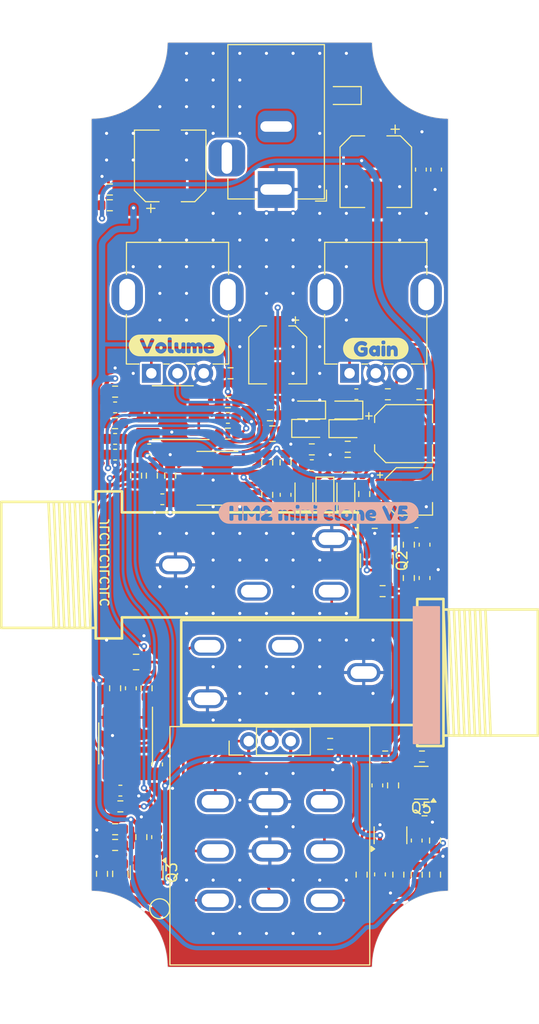
<source format=kicad_pcb>
(kicad_pcb (version 20240108) (generator "pcbnew") (generator_version "8.0")
  (layers (0 "F.Cu" signal) (31 "B.Cu" signal) (34 "B.Paste" user) (35 "F.Paste" user) (36 "B.SilkS" user "B.Silkscreen") (37 "F.SilkS" user "F.Silkscreen") (38 "B.Mask" user) (39 "F.Mask" user) (44 "Edge.Cuts" user))
  (net 0 "")
  (net 1 "Net-(C1-Pad1)")
  (net 2 "Net-(Q1-G)")
  (net 3 "Net-(C2-Pad1)")
  (net 4 "Net-(U2A-+)")
  (net 5 "+9V")
  (net 6 "GND")
  (net 7 "Net-(C5-Pad1)")
  (net 8 "Net-(U3A-+)")
  (net 9 "/+4V5")
  (net 10 "Net-(C8-Pad2)")
  (net 11 "Net-(Q2-C)")
  (net 12 "Net-(Q2-B)")
  (net 13 "Net-(C10-Pad1)")
  (net 14 "Net-(U3B-+)")
  (net 15 "Net-(C12-Pad1)")
  (net 16 "Net-(C13-Pad2)")
  (net 17 "Net-(C14-Pad2)")
  (net 18 "Net-(C15-Pad1)")
  (net 19 "Net-(D3-K)")
  (net 20 "Net-(C16-Pad1)")
  (net 21 "Net-(U2B--)")
  (net 22 "Net-(Q5-B)")
  (net 23 "Net-(Q5-C)")
  (net 24 "Net-(C18-Pad2)")
  (net 25 "Net-(D4-K)")
  (net 26 "Net-(C20-Pad2)")
  (net 27 "Net-(C21-Pad1)")
  (net 28 "/OUT")
  (net 29 "Net-(C22-Pad2)")
  (net 30 "Net-(D8-K)")
  (net 31 "Net-(U1B-+)")
  (net 32 "+BATT")
  (net 33 "/OUT_FX")
  (net 34 "Net-(D3-A)")
  (net 35 "Net-(D6-K)")
  (net 36 "Net-(D6-A)")
  (net 37 "/IN")
  (net 38 "/IN_FX")
  (net 39 "Net-(Q2-E)")
  (net 40 "Net-(Q5-E)")
  (net 41 "Net-(U2B-+)")
  (net 42 "Net-(U1B--)")
  (net 43 "Net-(U2A--)")
  (net 44 "Net-(U3A--)")
  (net 45 "Net-(U3B--)")
  (net 46 "Net-(R22-Pad2)")
  (net 47 "Net-(R31-Pad1)")
  (net 48 "Net-(R8-Pad2)")
  (net 49 "Net-(SW1-A-Pad1)")
  (net 50 "/GND_LED")
  (net 51 "Net-(Q1-S)")
  (net 52 "Net-(Q3-B)")
  (net 53 "Net-(Q3-E)")
  (net 54 "Net-(R20-Pad1)")
  (footprint "Capacitor_SMD:C_0603_1608Metric" (layer "F.Cu") (at 186.5 76.75)
    (property "Reference" "C10" (hide yes))
    (property "Value" "100n")
  )
  (footprint "Diode_SMD:D_SOD-323" (layer "F.Cu") (at 204.95 74 180)
    (property "Reference" "D8" (hide yes))
    (property "Value" "1N4148")
  )
  (footprint "Capacitor_SMD:C_0603_1608Metric" (layer "F.Cu") (at 189.75 77.75 180)
    (property "Reference" "C26" (hide yes))
    (property "Value" "100n")
  )
  (footprint "Package_TO_SOT_SMD:SOT-23" (layer "F.Cu") (at 211.45 88.35 -90)
    (property "Reference" "Q2")
    (property "Value" "MMBT3906")
  )
  (footprint "Capacitor_SMD:C_0805_2012Metric" (layer "F.Cu") (at 187 118.175 90)
    (property "Reference" "C22" (hide yes))
    (property "Value" "1u")
  )
  (footprint "Resistor_SMD:R_0603_1608Metric" (layer "F.Cu") (at 186.5 113.925 180)
    (property "Reference" "R34" (hide yes))
    (property "Value" "10k")
  )
  (footprint "Capacitor_SMD:C_0603_1608Metric" (layer "F.Cu") (at 188 100.5 90)
    (property "Reference" "C3" (hide yes))
    (property "Value" "68n")
  )
  (footprint "Resistor_SMD:R_0603_1608Metric" (layer "F.Cu") (at 186.5 72.25)
    (property "Reference" "R17" (hide yes))
    (property "Value" "100k")
  )
  (footprint "Capacitor_SMD:C_0603_1608Metric" (layer "F.Cu") (at 202.75 82.075 90)
    (property "Reference" "C19" (hide yes))
    (property "Value" "100p")
  )
  (footprint "kibuzzard-66E8688E" (layer "F.Cu") (at 205.9 83.8)
    (property "Reference" "kibuzzard-66E8688E" (hide yes))
    (property "Value" "G***" (hide yes))
  )
  (footprint "Package_TO_SOT_SMD:SOT-23-3" (layer "F.Cu") (at 212.75 114.5 90)
    (property "Reference" "Q1" (hide yes))
    (property "Value" "MMBFJ201")
  )
  (footprint "Package_SO:SOIC-8_3.9x4.9mm_P1.27mm" (layer "F.Cu") (at 187.5 105.75 -90)
    (property "Reference" "U2" (hide yes))
    (property "Value" "TL072")
  )
  (footprint "Resistor_SMD:R_0603_1608Metric" (layer "F.Cu") (at 213 109.75 -90)
    (property "Reference" "R16" (hide yes))
    (property "Value" "470k")
  )
  (footprint "Resistor_SMD:R_0603_1608Metric" (layer "F.Cu") (at 186.5 75.25)
    (property "Reference" "R21" (hide yes))
    (property "Value" "330R")
  )
  (footprint "Potentiometer_THT:Potentiometer_Alpha_RD901F-40-00D_Single_Vertical" (layer "F.Cu") (at 189.95 70.5 90)
    (property "Reference" "RV5" (hide yes))
    (property "Value" "10kA")
  )
  (footprint "Resistor_SMD:R_0603_1608Metric" (layer "F.Cu") (at 212.5 72.5)
    (property "Reference" "R22" (hide yes))
    (property "Value" "47k")
  )
  (footprint "Resistor_SMD:R_0603_1608Metric" (layer "F.Cu") (at 214.5 86.825 -90)
    (property "Reference" "R26" (hide yes))
    (property "Value" "470k")
  )
  (footprint "Capacitor_SMD:C_0805_2012Metric" (layer "F.Cu") (at 208.675 79.25)
    (property "Reference" "C21" (hide yes))
    (property "Value" "1u")
  )
  (footprint "Capacitor_SMD:C_0603_1608Metric" (layer "F.Cu") (at 186.5 78.25)
    (property "Reference" "C5" (hide yes))
    (property "Value" "150n")
  )
  (footprint "kibuzzard-66E86754" (layer "F.Cu") (at 192.4 67.85)
    (property "Reference" "kibuzzard-66E86754" (hide yes))
    (property "Value" "G***" (hide yes))
  )
  (footprint "Resistor_SMD:R_0603_1608Metric" (layer "F.Cu") (at 185.25 118.175 90)
    (property "Reference" "R37" (hide yes))
    (property "Value" "100k")
  )
  (footprint "Capacitor_SMD:C_0603_1608Metric" (layer "F.Cu") (at 197.25 74.75)
    (property "Reference" "C6" (hide yes))
    (property "Value" "6n8")
  )
  (footprint "Resistor_SMD:R_0603_1608Metric" (layer "F.Cu") (at 212.25 107)
    (property "Reference" "R18" (hide yes))
    (property "Value" "10k")
  )
  (footprint "Resistor_SMD:R_0603_1608Metric" (layer "F.Cu") (at 205.25 77.75 180)
    (property "Reference" "R38" (hide yes))
    (property "Value" "10k")
  )
  (footprint "Resistor_SMD:R_0603_1608Metric" (layer "F.Cu") (at 211.25 84.75)
    (property "Reference" "R28" (hide yes))
    (property "Value" "120R")
  )
  (footprint "Diode_SMD:D_SOD-323" (layer "F.Cu") (at 204.5 82 90)
    (property "Reference" "D4" (hide yes))
    (property "Value" "1N4148")
  )
  (footprint "Capacitor_SMD:C_0603_1608Metric" (layer "F.Cu") (at 215.225 84.7 180)
    (property "Reference" "C30" (hide yes))
    (property "Value" "100p")
  )
  (footprint "Capacitor_SMD:CP_Elec_5x5.4" (layer "F.Cu") (at 214 76.25)
    (property "Reference" "C13" (hide yes))
    (property "Value" "10u")
  )
  (footprint "Capacitor_SMD:C_0603_1608Metric" (layer "F.Cu") (at 215.65 51.1 90)
    (property "Reference" "C28" (hide yes))
    (property "Value" "100n")
  )
  (footprint "Resistor_SMD:R_0603_1608Metric" (layer "F.Cu") (at 201 79 -90)
    (property "Reference" "R29" (hide yes))
    (property "Value" "68k")
  )
  (footprint "Capacitor_SMD:C_0603_1608Metric" (layer "F.Cu") (at 215.25 115 90)
    (property "Reference" "C1" (hide yes))
    (property "Value" "47n")
  )
  (footprint "Capacitor_SMD:C_0603_1608Metric" (layer "F.Cu") (at 190.5 107.75 -90)
    (property "Reference" "C25" (hide yes))
    (property "Value" "100n")
  )
  (footprint "Capacitor_SMD:C_0603_1608Metric" (layer "F.Cu") (at 190.5 114.675 90)
    (property "Reference" "C20" (hide yes))
    (property "Value" "47n")
  )
  (footprint "Resistor_SMD:R_0603_1608Metric" (layer "F.Cu") (at 189 114.675 -90)
    (property "Reference" "R33" (hide yes))
    (property "Value" "470k")
  )
  (footprint "Resistor_SMD:R_0603_1608Metric" (layer "F.Cu") (at 212 91.25)
    (property "Reference" "R24" (hide yes))
    (property "Value" "100k")
  )
  (footprint "Resistor_SMD:R_0603_1608Metric" (layer "F.Cu") (at 207 105.8 180)
    (property "Reference" "R8" (hide yes))
    (property "Value" "1k")
  )
  (footprint "Resistor_SMD:R_0603_1608Metric" (layer "F.Cu") (at 208.675 77.5)
    (property "Reference" "R35" (hide yes))
    (property "Value" "10k")
  )
  (footprint "Capacitor_SMD:C_0603_1608Metric" (layer "F.Cu") (at 216 86.825 -90)
    (property "Reference" "C17" (hide yes))
    (property "Value" "100p")
  )
  (footprint "Resistor_SMD:R_0603_1608Metric" (layer "F.Cu") (at 215.75 107 180)
    (property "Reference" "R19" (hide yes))
    (property "Value" "22R")
  )
  (footprint "Resistor_SMD:R_0603_1608Metric" (layer "F.Cu") (at 201 82.075 -90)
    (property "Reference" "R32" (hide yes))
    (property "Value" "220k")
  )
  (footprint "Capacitor_SMD:CP_Elec_4x5.8" (layer "F.Cu") (at 214.5 81.75)
    (property "Reference" "C12" (hide yes))
    (property "Value" "47u")
  )
  (footprint "Package_SO:SOIC-8_3.9x4.9mm_P1.27mm" (layer "F.Cu") (at 192 74.25 180)
    (property "Reference" "U3" (hide yes))
    (property "Value" "TL072")
  )
  (footprint "Capacitor_SMD:C_0603_1608Metric" (layer "F.Cu") (at 211.5 109.75 90)
    (property "Reference" "C9" (hide yes))
    (property "Value" "100p")
  )
  (footprint "Resistor_SMD:R_0603_1608Metric" (layer "F.Cu") (at 190 80.25 90)
    (property "Reference" "R42" (hide yes))
    (property "Value" "10k")
  )
  (footprint "Resistor_SMD:R_0603_1608Metric" (layer "F.Cu") (at 197.25 73.25 180)
    (property "Reference" "R11" (hide yes))
    (property "Value" "82k")
  )
  (footprint "Resistor_SMD:R_0603_1608Metric" (layer "F.Cu") (at 188.5 80.25 90)
    (property "Reference" "R41" (hide yes))
    (property "Value" "10k")
  )
  (footprint "Resistor_SMD:R_0603_1608Metric" (layer "F.Cu") (at 215.25 118.25 -90)
    (property "Reference" "R3" (hide yes))
    (property "Value" "10k")
  )
  (footprint "AREA_lib_composant:3PDT_LED" (layer "F.Cu") (at 201.25 116)
    (property "Reference" "SW1" (hide yes))
    (property "Value" "~")
  )
  (footprint "Resistor_SMD:R_0603_1608Metric" (layer "F.Cu") (at 215.5 72.5 180)
    (property "Reference" "R20" (hide yes))
    (property "Value" "150R")
  )
  (footprint "Package_TO_SOT_SMD:SOT-23" (layer "F.Cu") (at 189.5 118.0625 -90)
    (property "Reference" "Q3")
    (property "Value" "MMBT3904")
  )
  (footprint "Resistor_SMD:R_0603_1608Metric" (layer "F.Cu") (at 214.5 90 -90)
    (property "Reference" "R23" (hide yes))
    (property "Value" "22k")
  )
  (footprint "Capacitor_SMD:C_0603_1608Metric" (layer "F.Cu") (at 209.5 72.5 180)
    (property "Reference" "C15" (hide yes))
    (property "Value" "47n")
  )
  (footprint "Capacitor_SMD:C_0603_1608Metric" (layer "F.Cu") (at 191 82.5)
    (property "Reference" "C27" (hide yes))
    (property "Value" "100n")
  )
  (footprint "Resistor_SMD:R_0603_1608Metric" (layer "F.Cu") (at 186 53 180)
    (property "Reference" "R12" (hide yes))
    (property "Value" "10k")
  )
  (footprint "Capacitor_SMD:C_0603_1608Metric" (layer "F.Cu") (at 186.5 73.75 180)
    (property "Reference" "C11" (hide yes))
    (property "Value" "4n7")
  )
  (footprint "Resistor_SMD:R_0603_1608Metric" (layer "F.Cu") (at 186.5 115.425 180)
    (property "Reference" "R36" (hide yes))
    (property "Value" "1k")
  )
  (footprint "Capacitor_SMD:C_0603_1608Metric" (layer "F.Cu") (at 216 90 90)
    (property "Reference" "C14" (hide yes))
    (property "Value" "47n")
  )
  (footprint "Capacitor_SMD:C_0603_1608Metric" (layer "F.Cu") (at 187 110.25 180)
    (property "Reference" "C16" (hide yes))
    (property "Value" "470p")
  )
  (footprint "Diode_SMD:D_SOD-323" (layer "F.Cu") (at 208.5 82 90)
    (property "Reference" "D5" (hide yes))
    (property "Value" "1N4148")
  )
  (footprint "Resistor_SMD:R_0603_1608Metric" (layer "F.Cu") (at 202.75 79 90)
    (property "Reference" "R30" (hide yes))
    (property "Value" "10k")
  )
  (footprint "Diode_SMD:D_SOD-323" (layer "F.Cu") (at 208.5 74 180)
    (property "Reference" "D6" (hide yes))
    (property "Value" "1N4148")
  )
  (footprint "Resistor_SMD:R_0603_1608Metric" (layer "F.Cu") (at 201.25 74.5)
    (property "Reference" "R1" (hide yes))
    (property "Value" "68k")
  )
  (footprint "Capacitor_SMD:C_0603_1608Metric" (layer "F.Cu") (at 205.25 79.25)
    (property "Reference" "C23" (hide yes))
    (property "Value" "1n")
  )
  (footprint "Diode_SMD:D_SOD-323" (layer "F.Cu") (at 204.95 75.75)
    (property "Reference" "D9" (hide yes))
    (property "Value" "1N4148")
  )
  (footprint "Resistor_SMD:R_0603_1608Metric" (layer "F.Cu") (at 197.25 76.25 180)
    (property "Reference" "R13" (hide yes))
    (property "Value" "330R")
  )
  (footprint "Potentiometer_THT:Potentiometer_Alpha_RD901F-40-00D_Single_Vertical" (layer "F.Cu") (at 208.85 70.5 90)
    (property "Reference" "RV3" (hide yes))
    (property "Value" "250k Log A")
  )
  (footprint "Resistor_SMD:R_0603_1608Metric" (layer "F.Cu") (at 210 118.25 90)
    (property "Reference" "R14" (hide yes))
    (property "Value" "22k")
  )
  (footprint "TestPoint:TestPoint_Pad_D1.5mm" (layer "F.Cu") (at 190.75 121.5 180)
    (property "Reference" "TP1" (hide yes))
    (property "Value" "TestPoint")
  )
  (footprint "Resistor_SMD:R_0603_1608Metric" (layer "F.Cu") (at 186.5 100.5 -90)
    (property "Reference" "R4" (hide yes))
    (property "Value" "100k")
  )
  (footprint "Capacitor_SMD:CP_Elec_5x5.4" (layer "F.Cu") (at 202 68.75 -90)
    (property "Reference" "C18" (hide yes))
    (property "Value" "10u")
  )
  (footprint "Resistor_SMD:R_0603_1608Metric" (layer "F.Cu") (at 186 54.5 180)
    (property "Reference" "R9" (hide yes))
    (property "Value" "10k")
  )
  (footprint "Capacitor_SMD:CP_Elec_6.3x7.7" (layer "F.Cu") (at 211.35 51.3 -90)
    (property "Reference" "C4" (hide yes))
    (property "Value" "220u")
  )
  (footprint "Package_SO:SOIC-8_3.9x4.9mm_P1.27mm" (layer "F.Cu") (at 196.25 80.5 180)
    (property "Reference" "U1" (hide yes))
    (property "Value" "TL072")
  )
  (footprint "Resistor_SMD:R_0603_1608Metric" (layer "F.Cu") (at 197.5 70.5)
    (property "Reference" "R31" (hide yes))
    (property "Value" "10k")
  )
  (footprint "AREA_lib_composant:AUDIO-TH_PJ-603A_1" (layer "F.Cu") (at 202.75 99 -90)
    (property "Reference" "Audio2" (hide yes))
    (property "Value" "PJ-603A")
  )
  (footprint "Capacitor_SMD:C_0805_2012Metric" (layer "F.Cu") (at 201.5 76.25)
    (property "Reference" "C24" (hide yes))
    (property "Value" "1u")
  )
  (footprint "Capacitor_SMD:C_0603_1608Metric" (layer "F.Cu") (at 217.1 51.1 90)
    (property "Reference" "C29" (hide yes))
    (property "Value" "10n")
  )
  (footprint "kibuzzard-66E8676F" (layer "F.Cu") (at 211.35 68.15)
    (property "Reference" "kibuzzard-66E8676F" (hide yes))
    (property "Value" "G***" (hide yes))
  )
  (footprint "Resistor_SMD:R_0603_1608Metric" (layer "F.Cu") (at 189.5 100.5 -90)
    (property "Reference" "R7" (hide yes))
    (property "Value" "330R")
  )
  (footprint "Diode_SMD:D_SOD-323" (layer "F.Cu") (at 208.35 44.05 180)
    (property "Reference" "D1" (hide yes))
    (property "Value" "1N5819WS")
  )
  (footprint "Capacitor_SMD:CP_Elec_6.3x5.8" (layer "F.Cu") (at 191.75 50.75 90)
    (property "Reference" "C7" (hide yes))
    (property "Value" "47u")
  )
  (footprint "Resistor_SMD:R_0603_1608Metric" (layer "F.Cu") (at 213.5 118.25 -90)
    (property "Reference" "R10" (hide yes))
    (property "Value" "10k")
  )
  (footprint "Diode_SMD:D_SOD-323" (layer "F.Cu") (at 206.5 82 -90)
    (property "Reference" "D3" (hide yes))
    (property "Value" "1N4148")
  )
  (footprint "Resistor_SMD:R_0603_1608Metric" (layer "F.Cu") (at 217 118.25 -90)
    (property "Reference" "R2" (hide yes))
    (property "Value" "2M2")
  )
  (footprint "Capacitor_SMD:C_0603_1608Metric" (layer "F.Cu") (at 211.75 118.225 -90)
    (property "Reference" "C8" (hide yes))
    (property "Value" "47n")
  )
  (footprint "Package_TO_SOT_SMD:SOT-23" (layer "F.Cu") (at 215.6875 109.5 180)
    (property "Reference" "Q5")
    (property "Value" "MMBT3904")
  )
  (footprint "Resistor_SMD:R_0603_1608Metric" (layer "F.Cu") (at 216 112.125 180)
    (property "Reference" "R15" (hide yes))
    (property "Value" "100k")
  )
  (footprint "Resistor_SMD:R_0603_1608Metric" (layer "F.Cu") (at 210.25 82 90)
    (property "Reference" "R27" (hide yes))
    (property "Value" "1k")
  )
  (footprint "Resistor_SMD:R_0603_1608Metric" (layer "F.Cu") (at 191.75 80.25 90)
    (property "Reference" "R5" (hide yes))
    (property "Value" "3k3")
  )
  (footprint "Connector_BarrelJack:BarrelJack_Horizontal" (layer "F.Cu") (at 201.85 53 -90)
    (property "Reference" "J2" (hide yes))
    (property "Value" "Barrel_Jack_MountingPin")
  )
  (footprint "Resistor_SMD:R_0603_1608Metric" (layer "F.Cu") (at 187 111.75 180)
    (property "Reference" "R25" (hide yes))
    (property "Value" "3k3")
  )
  (footprint "AREA_lib_composant:AUDIO-TH_PJ-603A_1" (layer "F.Cu") (at 199.7 88.75 90)
    (property "Reference" "Audio1" (hide yes))
    (property "Value" "PJ-603A")
  )
  (footprint "Capacitor_SMD:C_0805_2012Metric" (layer "F.Cu") (at 188.5 98)
    (property "Reference" "C2" (hide yes))
    (property "Value" "1.5u")
  )
  (footprint "Diode_SMD:D_SOD-323" (layer "F.Cu") (at 208.5 75.775)
    (property "Reference" "D7" (hide yes))
    (property "Value" "1N4148")
  )
  (footprint "Resistor_SMD:R_0603_1608Metric" (layer "F.Cu") (at 217 115 -90)
    (property "Reference" "R6" (hide yes))
    (property "Value" "1M")
  )
  (gr_rect (start 214.95 92.75) (end 217.4 105.75) (stroke (width 0.1524)) (fill solid) (layer "B.SilkS"))
  (gr_arc (start 218.25 46.25) (mid 213.123476 44.126524) (end 211 39) (stroke (width 0.0381)) (layer "Edge.Cuts"))
  (gr_arc (start 184.25 119.8) (mid 189.376524 121.923476) (end 191.5 127.05) (stroke (width 0.0381)) (layer "Edge.Cuts"))
  (gr_line (start 184.251526 46.25) (end 184.251526 119.8) (stroke (width 0.0381)) (layer "Edge.Cuts"))
  (gr_arc (start 211 127.05) (mid 213.123476 121.923476) (end 218.25 119.8) (stroke (width 0.0381)) (layer "Edge.Cuts"))
  (gr_line (start 191.5 39) (end 211 39) (stroke (width 0.0381)) (layer "Edge.Cuts"))
  (gr_line (start 191.5 127.05) (end 211 127.05) (stroke (width 0.0381)) (layer "Edge.Cuts"))
  (gr_line (start 218.25 46.25) (end 218.25 119.8) (stroke (width 0.0381)) (layer "Edge.Cuts"))
  (gr_arc (start 191.5 39) (mid 189.376524 44.126524) (end 184.25 46.25) (stroke (width 0.0381)) (layer "Edge.Cuts"))
  (gr_text "JLCJLCJLCJLC" (at 186 84.25 90) (layer "F.SilkS") (effects (font (size 0.8128 0.8128) (thickness 0.1524) (bold yes)) (justify left bottom mirror)))
  (segment (start 215.25 117.425) (end 215.25 115.775) (width 0.25) (layer "F.Cu") (net 1))
  (segment (start 216.914644 114.225) (end 215.267677 114.225) (width 0.25) (layer "F.Cu") (net 2))
  (segment (start 215.207322 114.25) (end 214.771875 114.25) (width 0.25) (layer "F.Cu") (net 2))
  (segment (start 213.672108 113.603358) (end 213.998342 113.929592) (width 0.25) (layer "F.Cu") (net 2))
  (segment (start 216.975 114.2) (end 217 114.175) (width 0.25) (layer "F.Cu") (net 2))
  (segment (start 213.090625 113.3625) (end 212.75 113.3625) (width 0.25) (layer "F.Cu") (net 2))
  (arc (start 215.267677 114.225) (mid 215.251345 114.228248) (end 215.2375 114.2375) (width 0.25) (layer "F.Cu") (net 2))
  (arc (start 213.998342 113.929592) (mid 214.353242 114.166728) (end 214.771875 114.25) (width 0.25) (layer "F.Cu") (net 2))
  (arc (start 216.975 114.2) (mid 216.947308 114.218502) (end 216.914644 114.225) (width 0.25) (layer "F.Cu") (net 2))
  (arc (start 213.672108 113.603358) (mid 213.405321 113.425096) (end 213.090625 113.3625) (width 0.25) (layer "F.Cu") (net 2))
  (arc (start 215.2375 114.2375) (mid 215.223654 114.246751) (end 215.207322 114.25) (width 0.25) (layer "F.Cu") (net 2))
  (segment (start 189.414644 99.725) (end 188.318198 99.725) (width 0.25) (layer "F.Cu") (net 3))
  (segment (start 187.55 98.956801) (end 187.55 98) (width 0.25) (layer "F.Cu") (net 3))
  (segment (start 189.475 99.7) (end 189.5 99.675) (width 0.25) (layer "F.Cu") (net 3))
  (arc (start 187.55 98.956801) (mid 187.608475 99.250778) (end 187.775 99.5) (width 0.25) (layer "F.Cu") (net 3))
  (arc (start 187.775 99.5) (mid 188.024221 99.666524) (end 188.318198 99.725) (width 0.25) (layer "F.Cu") (net 3))
  (arc (start 189.475 99.7) (mid 189.447308 99.718502) (end 189.414644 99.725) (width 0.25) (layer "F.Cu") (net 3))
  (segment (start 187.057499 101.942499) (end 187.082062 101.917937) (width 0.25) (layer "F.Cu") (net 4))
  (segment (start 186.865 102.407236) (end 186.865 103.275) (width 0.25) (layer "F.Cu") (net 4))
  (segment (start 187.0125 101.275) (end 187.4875 101.275) (width 0.25) (layer "F.Cu") (net 4))
  (segment (start 186.585355 101.275) (end 187.0125 101.275) (width 0.25) (layer "F.Cu") (net 4))
  (segment (start 186.525 101.3) (end 186.5 101.325) (width 0.25) (layer "F.Cu") (net 4))
  (segment (start 187.4875 101.275) (end 188 101.275) (width 0.25) (layer "F.Cu") (net 4))
  (arc (start 187.25 101.5125) (mid 187.180437 101.344562) (end 187.0125 101.275) (width 0.25) (layer "F.Cu") (net 4))
  (arc (start 186.585355 101.275) (mid 186.552691 101.281497) (end 186.525 101.3) (width 0.25) (layer "F.Cu") (net 4))
  (arc (start 187.4875 101.275) (mid 187.319562 101.344562) (end 187.25 101.5125) (width 0.25) (layer "F.Cu") (net 4))
  (arc (start 187.057499 101.942499) (mid 186.915028 102.155722) (end 186.865 102.407236) (width 0.25) (layer "F.Cu") (net 4))
  (arc (start 187.25 101.5125) (mid 187.206354 101.731921) (end 187.082062 101.917937) (width 0.25) (layer "F.Cu") (net 4))
  (segment (start 210.938128 80.486871) (end 210.25 81.175) (width 0.4) (layer "F.Cu") (net 5))
  (segment (start 201.913593 77.689137) (end 201.578955 78.023774) (width 0.4) (layer "F.Cu") (net 5))
  (segment (start 191.276 109.776) (end 191.276 109.5385) (width 0.4) (layer "F.Cu") (net 5))
  (segment (start 189.541161 78.316161) (end 188.975 77.75) (width 0.4) (layer "F.Cu") (net 5))
  (segment (start 211.75 115.552144) (end 211.75 114.5) (width 0.4) (layer "F.Cu") (net 5))
  (segment (start 191.7625 82.5125) (end 191.775 82.5) (width 0.4) (layer "F.Cu") (net 5))
  (segment (start 207.75 107.25) (end 207.7875 107.2125) (width 0.4) (layer "F.Cu") (net 5))
  (segment (start 189.55 78.3375) (end 189.55 78.35) (width 0.4) (layer "F.Cu") (net 5))
  (segment (start 185.2125 54.5375) (end 185.175 54.5) (width 0.4) (layer "F.Cu") (net 5))
  (segment (start 191.75 82.542677) (end 191.75 83.75) (width 0.4) (layer "F.Cu") (net 5))
  (segment (start 211.775 115.6125) (end 211.8 115.6375) (width 0.4) (layer "F.Cu") (net 5))
  (segment (start 201.213865 78.175) (end 201 78.175) (width 0.4) (layer "F.Cu") (net 5))
  (segment (start 207.825 107.121966) (end 207.825 105.8) (width 0.4) (layer "F.Cu") (net 5))
  (segment (start 211 80.25) (end 211 80.3375) (width 0.4) (layer "F.Cu") (net 5))
  (segment (start 185.25 55.75) (end 185.25 54.628033) (width 0.4) (layer "F.Cu") (net 5))
  (segment (start 191.5 119) (end 189.5 119) (width 0.4) (layer "F.Cu") (net 5))
  (segment (start 191.108062 109.133062) (end 190.5 108.525) (width 0.4) (layer "F.Cu") (net 5))
  (via (at 185.25 55.75) (size 0.6) (drill 0.3) (layers "F.Cu" "B.Cu") (net 5))
  (via (at 191.5 119) (size 0.6) (drill 0.3) (layers "F.Cu" "B.Cu") (net 5))
  (via (at 210 50.25) (size 0.6) (drill 0.3) (layers "F.Cu" "B.Cu") (net 5))
  (via (at 207.75 107.25) (size 0.6) (drill 0.3) (layers "F.Cu" "B.Cu") (net 5))
  (via (at 191.276 109.776) (size 0.6) (drill 0.3) (layers "F.Cu" "B.Cu") (net 5))
  (via (at 201.913593 77.689137) (size 0.6) (drill 0.3) (layers "F.Cu" "B.Cu") (net 5))
  (via (at 211 80.25) (size 0.6) (drill 0.3) (layers "F.Cu" "B.Cu") (net 5))
  (via (at 189.55 78.35) (size 0.6) (drill 0.3) (layers "F.Cu" "B.Cu") (net 5))
  (via (at 191.75 83.75) (size 0.6) (drill 0.3) (layers "F.Cu" "B.Cu") (net 5))
  (via (at 211.75 114.5) (size 0.6) (drill 0.3) (layers "F.Cu" "B.Cu") (net 5))
  (arc (start 207.825 107.121966) (mid 207.815254 107.170962) (end 207.7875 107.2125) (width 0.4) (layer "F.Cu") (net 5))
  (arc (start 211.75 115.552144) (mid 211.756497 115.584808) (end 211.775 115.6125) (width 0.4) (layer "F.Cu") (net 5))
  (arc (start 189.541161 78.316161) (mid 189.547702 78.325951) (end 189.55 78.3375) (width 0.4) (layer "F.Cu") (net 5))
  (arc (start 211 80.3375) (mid 210.983919 80.418339) (end 210.938128 80.486871) (width 0.4) (layer "F.Cu") (net 5))
  (arc (start 191.108062 109.133062) (mid 191.232354 109.319078) (end 191.276 109.5385) (width 0.4) (layer "F.Cu") (net 5))
  (arc (start 185.2125 54.5375) (mid 185.240254 54.579036) (end 185.25 54.628033) (width 0.4) (layer "F.Cu") (net 5))
  (arc (start 201.578955 78.023774) (mid 201.41145 78.135697) (end 201.213865 78.175) (width 0.4) (layer "F.Cu") (net 5))
  (arc (start 191.7625 82.5125) (mid 191.753248 82.526345) (end 191.75 82.542677) (width 0.4) (layer "F.Cu") (net 5))
  (segment (start 191.276 118.440831) (end 191.276 109.776) (width 0.4) (layer "B.Cu") (net 5))
  (segment (start 206.285259 80.25) (end 211 80.25) (width 0.4) (layer "B.Cu") (net 5))
  (segment (start 211 80.75) (end 211 80.25) (width 0.4) (layer "B.Cu") (net 5))
  (segment (start 207.75 107.25) (end 208.625 107.25) (width 0.4) (layer "B.Cu") (net 5))
  (segment (start 186.53033 52.5) (end 196.605009 52.5) (width 0.4) (layer "B.Cu") (net 5))
  (segment (start 213.25 106.396446) (end 213.25 85.09099) (width 0.4) (layer "B.Cu") (net 5))
  (segment (start 213.093792 65.093792) (end 214.906207 66.906207) (width 0.6) (layer "B.Cu") (net 5))
  (segment (start 203.194024 78.969568) (end 201.913593 77.689137) (width 0.4) (layer "B.Cu") (net 5))
  (segment (start 185.25 55.75) (end 185.25 53.78033) (width 0.4) (layer "B.Cu") (net 5))
  (segment (start 189.55 78.35) (end 190.667157 79.467157) (width 0.4) (layer "B.Cu") (net 5))
  (segment (start 200.883161 78.719568) (end 201.913593 77.689137) (width 0.4) (layer "B.Cu") (net 5))
  (segment (start 210 50.25) (end 202.03699 50.25) (width 0.4) (layer "B.Cu") (net 5))
  (segment (start 192.539 108.513) (end 191.276 109.776) (width 0.4) (layer "B.Cu") (net 5))
  (segment (start 191.5 119) (end 191.5 118.997908) (width 0.4) (layer "B.Cu") (net 5))
  (segment (start 210.75 51) (end 210 50.25) (width 0.6) (layer "B.Cu") (net 5))
  (segment (start 207.75 107.25) (end 212.396446 107.25) (width 0.4) (layer "B.Cu") (net 5))
  (segment (start 215.219669 80.25) (end 211 80.25) (width 0.6) (layer "B.Cu") (net 5))
  (segment (start 209.5 113.219669) (end 209.5 108.125) (width 0.4) (layer "B.Cu") (net 5))
  (segment (start 216.5 70.753963) (end 216.5 78.969669) (width 0.6) (layer "B.Cu") (net 5))
  (segment (start 191.5 118.997908) (end 191.457795 118.955703) (width 0.4) (layer "B.Cu") (net 5))
  (segment (start 191.75 80.15) (end 191.75 83.75) (width 0.4) (layer "B.Cu") (net 5))
  (segment (start 195.588151 107.25) (end 207.75 107.25) (width 0.4) (layer "B.Cu") (net 5))
  (segment (start 211.5 61.246036) (end 211.5 52.81066) (width 0.6) (layer "B.Cu") (net 5))
  (segment (start 191.35 79.75) (end 192.15 79.75) (width 0.4) (layer "B.Cu") (net 5))
  (segment (start 211.353553 81.603553) (end 212.125 82.375) (width 0.4) (layer "B.Cu") (net 5))
  (segment (start 210.78033 114.5) (end 211.75 114.5) (width 0.4) (layer "B.Cu") (net 5))
  (segment (start 198.395479 79.75) (end 192.15 79.75) (width 0.4) (layer "B.Cu") (net 5))
  (arc (start 212.125 82.375) (mid 212.957622 83.621106) (end 213.25 85.09099) (width 0.4) (layer "B.Cu") (net 5))
  (arc (start 191.75 80.15) (mid 191.632842 79.867157) (end 191.35 79.75) (width 0.4) (layer "B.Cu") (net 5))
  (arc (start 211.5 61.246036) (mid 211.914213 63.328426) (end 213.093792 65.093792) (width 0.6) (layer "B.Cu") (net 5))
  (arc (start 203.194024 78.969568) (mid 204.612294 79.917226) (end 206.285259 80.25) (width 0.4) (layer "B.Cu") (net 5))
  (arc (start 216.5 78.969669) (mid 216.40254 79.45963) (end 216.125 79.875) (width 0.6) (layer "B.Cu") (net 5))
  (arc (start 213.25 106.396446) (mid 213.185027 106.723087) (end 213 107) (width 0.4) (layer "B.Cu") (net 5))
  (arc (start 209.5 113.219669) (mid 209.597459 113.70963) (end 209.875 114.125) (width 0.4) (layer "B.Cu") (net 5))
  (arc (start 190.667157 79.467157) (mid 190.980448 79.676491) (end 191.35 79.75) (width 0.4) (layer "B.Cu") (net 5))
  (arc (start 199.321 51.375) (mid 198.074892 52.207622) (end 196.605009 52.5) (width 0.4) (layer "B.Cu") (net 5))
  (arc (start 213 107) (mid 212.723087 107.185027) (end 212.396446 107.25) (width 0.4) (layer "B.Cu") (net 5))
  (arc (start 192.15 79.75) (mid 191.867157 79.867157) (end 191.75 80.15) (width 0.4) (layer "B.Cu") (net 5))
  (arc (start 209.5 108.125) (mid 209.243718 107.506281) (end 208.625 107.25) (width 0.4) (layer "B.Cu") (net 5))
  (arc (start 186.53033 52.5) (mid 186.040368 52.597459) (end 185.625 52.875) (width 0.4) (layer "B.Cu") (net 5))
  (arc (start 210.75 51) (mid 211.305081 51.830737) (end 211.5 52.81066) (width 0.6) (layer "B.Cu") (net 5))
  (arc (start 200.883161 78.719568) (mid 199.741803 79.482199) (end 198.395479 79.75) (width 0.4) (layer "B.Cu") (net 5))
  (arc (start 211 80.75) (mid 211.091885 81.211939) (end 211.353553 81.603553) (width 0.4) (layer "B.Cu") (net 5))
  (arc (start 216.125 79.875) (mid 215.70963 80.15254) (end 215.219669 80.25) (width 0.6) (layer "B.Cu") (net 5))
  (arc (start 195.588151 107.25) (mid 193.937962 107.578243) (end 192.539 108.513) (width 0.4) (layer "B.Cu") (net 5))
  (arc (start 185.625 52.875) (mid 185.347459 53.290368) (end 185.25 53.78033) (width 0.4) (layer "B.Cu") (net 5))
  (arc (start 209.875 114.125) (mid 210.290368 114.40254) (end 210.78033 114.5) (width 0.4) (layer "B.Cu") (net 5))
  (arc (start 214.906207 66.906207) (mid 216.085786 68.671572) (end 216.5 70.753963) (width 0.6) (layer "B.Cu") (net 5))
  (arc (start 191.457795 118.955703) (mid 191.323308 118.713428) (end 191.276 118.440831) (width 0.4) (layer "B.Cu") (net 5))
  (arc (start 202.03699 50.25) (mid 200.567106 50.542377) (end 199.321 51.375) (width 0.4) (layer "B.Cu") (net 5))
  (segment (start 190.542677 106.95) (end 191.65 106.95) (width 0.6) (layer "F.Cu") (net 6))
  (segment (start 190.5125 106.9625) (end 190.5 106.975) (width 0.6) (layer "F.Cu") (net 6))
  (via (at 198.385 67.97) (size 0.6) (drill 0.3) (layers "F.Cu" "B.Cu") (net 6))
  (via (at 195.845 93.37) (size 0.6) (drill 0.3) (layers "F.Cu" "B.Cu") (net 6))
  (via (at 193.305 45.11) (size 0.6) (drill 0.3) (layers "F.Cu" "B.Cu") (net 6))
  (via (at 198.385 121.31) (size 0.6) (drill 0.3) (layers "F.Cu" "B.Cu") (net 6))
  (via (at 184.75 114) (size 0.6) (drill 0.3) (layers "F.Cu" "B.Cu") (net 6))
  (via (at 200.925 57.81) (size 0.6) (drill 0.3) (layers "F.Cu" "B.Cu") (net 6))
  (via (at 200.925 100.99) (size 0.6) (drill 0.3) (layers "F.Cu" "B.Cu") (net 6))
  (via (at 193.305 93.37) (size 0.6) (drill 0.3) (layers "F.Cu" "B.Cu") (net 6))
  (via (at 198.385 111.15) (size 0.6) (drill 0.3) (layers "F.Cu" "B.Cu") (net 6))
  (via (at 200.925 93.37) (size 0.6) (drill 0.3) (layers "F.Cu" "B.Cu") (net 6))
  (via (at 195.845 103.53) (size 0.6) (drill 0.3) (layers "F.Cu" "B.Cu") (net 6))
  (via (at 200.925 108.61) (size 0.6) (drill 0.3) (layers "F.Cu" "B.Cu") (net 6))
  (via (at 193.305 57.81) (size 0.6) (drill 0.3) (layers "F.Cu" "B.Cu") (net 6))
  (via (at 190.765 62.89) (size 0.6) (drill 0.3) (layers "F.Cu" "B.Cu") (net 6))
  (via (at 213.625 57.81) (size 0.6) (drill 0.3) (layers "F.Cu" "B.Cu") (net 6))
  (via (at 203.25 77.25) (size 0.6) (drill 0.3) (layers "F.Cu" "B.Cu") (net 6))
  (via (at 206.005 52.73) (size 0.6) (drill 0.3) (layers "F.Cu" "B.Cu") (net 6))
  (via (at 198.385 98.45) (size 0.6) (drill 0.3) (layers "F.Cu" "B.Cu") (net 6))
  (via (at 208.545 57.81) (size 0.6) (drill 0.3) (layers "F.Cu" "B.Cu") (net 6))
  (via (at 190.765 90.83) (size 0.6) (drill 0.3) (layers "F.Cu" "B.Cu") (net 6))
  (via (at 195.845 60.35) (size 0.6) (drill 0.3) (layers "F.Cu" "B.Cu") (net 6))
  (via (at 186.25 105) (size 0.6) (drill 0.3) (layers "F.Cu" "B.Cu") (net 6))
  (via (at 190.765 65.43) (size 0.6) (drill 0.3) (layers "F.Cu" "B.Cu") (net 6))
  (via (at 206.005 100.99) (size 0.6) (drill 0.3) (layers "F.Cu" "B.Cu") (net 6))
  (via (at 203.465 93.37) (size 0.6) (drill 0.3) (layers "F.Cu" "B.Cu") (net 6))
  (via (at 198.385 55.27) (size 0.6) (drill 0.3) (layers "F.Cu" "B.Cu") (net 6))
  (via (at 195.845 85.75) (size 0.6) (drill 0.3) (layers "F.Cu" "B.Cu") (net 6))
  (via (at 203.465 113.69) (size 0.6) (drill 0.3) (layers "F.Cu" "B.Cu") (net 6))
  (via (at 198.385 95.91) (size 0.6) (drill 0.3) (layers "F.Cu" "B.Cu") (net 6))
  (via (at 208.545 118.77) (size 0.6) (drill 0.3) (layers "F.Cu" "B.Cu") (net 6))
  (via (at 198.385 42.57) (size 0.6) (drill 0.3) (layers "F.Cu" "B.Cu") (net 6))
  (via (at 193.305 42.57) (size 0.6) (drill 0.3) (layers "F.Cu" "B.Cu") (net 6))
  (via (at 203.465 88.29) (size 0.6) (drill 0.3) (layers "F.Cu" "B.Cu") (net 6))
  (via (at 203.465 98.45) (size 0.6) (drill 0.3) (layers "F.Cu" "B.Cu") (net 6))
  (via (at 206.005 98.45) (size 0.6) (drill 0.3) (layers "F.Cu" "B.Cu") (net 6))
  (via (at 189 112.75) (size 0.6) (drill 0.3) (layers "F.Cu" "B.Cu") (net 6))
  (via (at 203.465 85.75) (size 0.6) (drill 0.3) (layers "F.Cu" "B.Cu") (net 6))
  (via (at 212.75 120) (size 0.6) (drill 0.3) (layers "F.Cu" "B.Cu") (net 6))
  (via (at 185.685 95.91) (size 0.6) (drill 0.3) (layers "F.Cu" "B.Cu") (net 6))
  (via (at 190.25 83.75) (size 0.6) (drill 0.3) (layers "F.Cu" "B.Cu") (net 6))
  (via (at 216.165 60.35) (size 0.6) (drill 0.3) (layers "F.Cu" "B.Cu") (net 6))
  (via (at 195.845 118.77) (size 0.6) (drill 0.3) (layers "F.Cu" "B.Cu") (net 6))
  (via (at 185.25 51.75) (size 0.6) (drill 0.3) (layers "F.Cu" "B.Cu") (net 6))
  (via (at 217.75 116.5) (size 0.6) (drill 0.3) (layers "F.Cu" "B.Cu") (net 6))
  (via (at 198.385 123.85) (size 0.6) (drill 0.3) (layers "F.Cu" "B.Cu") (net 6))
  (via (at 203.465 123.85) (size 0.6) (drill 0.3) (layers "F.Cu" "B.Cu") (net 6))
  (via (at 217 53) (size 0.6) (drill 0.3) (layers "F.Cu" "B.Cu") (net 6))
  (via (at 195.845 42.57) (size 0.6) (drill 0.3) (layers "F.Cu" "B.Cu") (net 6))
  (via (at 198.385 57.81) (size 0.6) (drill 0.3) (layers "F.Cu" "B.Cu") (net 6))
  (via (at 195.845 80.67) (size 0.6) (drill 0.3) (layers "F.Cu" "B.Cu") (net 6))
  (via (at 206.005 57.81) (size 0.6) (drill 0.3) (layers "F.Cu" "B.Cu") (net 6))
  (via (at 198.385 103.53) (size 0.6) (drill 0.3) (layers "F.Cu" "B.Cu") (net 6))
  (via (at 200.925 85.75) (size 0.6) (drill 0.3) (layers "F.Cu" "B.Cu") (net 6))
  (via (at 193.305 62.89) (size 0.6) (drill 0.3) (layers "F.Cu" "B.Cu") (net 6))
  (via (at 185.685 47.65) (size 0.6) (drill 0.3) (layers "F.Cu" "B.Cu") (net 6))
  (via (at 186.5 79.25) (size 0.6) (drill 0.3) (layers "F.Cu" "B.Cu") (net 6))
  (via (at 203.465 40.03) (size 0.6) (drill 0.3) (layers "F.Cu" "B.Cu") (net 6))
  (via (at 200.925 98.45) (size 0.6) (drill 0.3) (layers "F.Cu" "B.Cu") (net 6))
  (via (at 208.545 95.91) (size 0.6) (drill 0.3) (layers "F.Cu" "B.Cu") (net 6))
  (via (at 195.845 65.43) (size 0.6) (drill 0.3) (layers "F.Cu" "B.Cu") (net 6))
  (via (at 198.385 45.11) (size 0.6) (drill 0.3) (layers "F.Cu" "B.Cu") (net 6))
  (via (at 198.385 88.29) (size 0.6) (drill 0.3) (layers "F.Cu" "B.Cu") (net 6))
  (via (at 195.845 98.45) (size 0.6) (drill 0.3) (layers "F.Cu" "B.Cu") (net 6))
  (via (at 188.225 70.51) (size 0.6) (drill 0.3) (layers "F.Cu" "B.Cu") (net 6))
  (via (at 216.165 83.21) (size 0.6) (drill 0.3) (layers "F.Cu" "B.Cu") (net 6))
  (via (at 208.545 55.27) (size 0.6) (drill 0.3) (layers "F.Cu" "B.Cu") (net 6))
  (via (at 198.385 60.35) (size 0.6) (drill 0.3) (layers "F.Cu" "B.Cu") (net 6))
  (via (at 193.305 50.19) (size 0.6) (drill 0.3) (layers "F.Cu" "B.Cu") (net 6))
  (via (at 188.225 60.35) (size 0.6) (drill 0.3) (layers "F.Cu" "B.Cu") (net 6))
  (via (at 216.165 55.27) (size 0.6) (drill 0.3) (layers "F.Cu" "B.Cu") (net 6))
  (via (at 215.75 47.5) (size 0.6) (drill 0.3) (layers "F.Cu" "B.Cu") (net 6))
  (via (at 200.925 123.85) (size 0.6) (drill 0.3) (layers "F.Cu" "B.Cu") (net 6))
  (via (at 203.465 67.97) (size 0.6) (drill 0.3) (layers "F.Cu" "B.Cu") (net 6))
  (via (at 203.465 60.35) (size 0.6) (drill 0.3) (layers "F.Cu" "B.Cu") (net 6))
  (via (at 206.005 95.91) (size 0.6) (drill 0.3) (layers "F.Cu" "B.Cu") (net 6))
  (via (at 198.385 47.65) (size 0.6) (drill 0.3) (layers "F.Cu" "B.Cu") (net 6))
  (via (at 206.005 93.37) (size 0.6) (drill 0.3) (layers "F.Cu" "B.Cu") (net 6))
  (via (at 200.925 62.89) (size 0.6) (drill 0.3) (layers "F.Cu" "B.Cu") (net 6))
  (via (at 195.845 83.21) (size 0.6) (drill 0.3) (layers "F.Cu" "B.Cu") (net 6))
  (via (at 190.765 45.11) (size 0.6) (drill 0.3) (layers "F.Cu" "B.Cu") (net 6))
  (via (at 200.925 55.27) (size 0.6) (drill 0.3) (layers "F.Cu" "B.Cu") (net 6))
  (via (at 200.925 88.29) (size 0.6) (drill 0.3) (layers "F.Cu" "B.Cu") (net 6))
  (via (at 211.25 85.75) (size 0.6) (drill 0.3) (layers "F.Cu" "B.Cu") (net 6))
  (via (at 191.65 106.95) (size 0.6) (drill 0.3) (layers "F.Cu" "B.Cu") (net 6))
  (via (at 184.75 116.5) (size 0.6) (drill 0.3) (layers "F.Cu" "B.Cu") (net 6))
  (via (at 203.465 108.61) (size 0.6) (drill 0.3) (layers "F.Cu" "B.Cu") (net 6))
  (via (at 203.465 118.77) (size 0.6) (drill 0.3) (layers "F.Cu" "B.Cu") (net 6))
  (via (at 203.465 100.99) (size 0.6) (drill 0.3) (layers "F.Cu" "B.Cu") (net 6))
  (via (at 198.385 118.77) (size 0.6) (drill 0.3) (layers "F.Cu" "B.Cu") (net 6))
  (via (at 191.75 78.25) (size 0.6) (drill 0.3) (layers "F.Cu" "B.Cu") (net 6))
  (via (at 208.545 60.35) (size 0.6) (drill 0.3) (layers "F.Cu" "B.Cu") (net 6))
  (via (at 208.545 93.37) (size 0.6) (drill 0.3) (layers "F.Cu" "B.Cu") (net 6))
  (via (at 203.465 73.05) (size 0.6) (drill 0.3) (layers "F.Cu" "B.Cu") (net 6))
  (via (at 188.75 110.75) (size 0.6) (drill 0.3) (layers "F.Cu" "B.Cu") (net 6))
  (via (at 195.845 40.03) (size 0.6) (drill 0.3) (layers "F.Cu" "B.Cu") (net 6))
  (via (at 195.845 47.65) (size 0.6) (drill 0.3) (layers "F.Cu" "B.Cu") (net 6))
  (via (at 188.225 47.65) (size 0.6) (drill 0.3) (layers "F.Cu" "B.Cu") (net 6))
  (via (at 189.25 95.5) (size 0.6) (drill 0.3) (layers "F.Cu" "B.Cu") (net 6))
  (via (at 207.25 108.25) (size 0.6) (drill 0.3) (layers "F.Cu" "B.Cu") (net 6))
  (via (at 195.845 90.83) (size 0.6) (drill 0.3) (layers "F.Cu" "B.Cu") (net 6))
  (via (at 206.005 70.51) (size 0.6) (drill 0.3) (layers "F.Cu" "B.Cu") (net 6))
  (via (at 200.925 60.35) (size 0.6) (drill 0.3) (layers "F.Cu" "B.Cu") (net 6))
  (via (at 216.165 57.81) (size 0.6) (drill 0.3) (layers "F.Cu" "B.Cu") (net 6))
  (via (at 208.545 52.73) (size 0.6) (drill 0.3) (layers "F.Cu" "B.Cu") (net 6))
  (via (at 208.545 40.03) (size 0.6) (drill 0.3) (layers "F.Cu" "B.Cu") (net 6))
  (via (at 195.845 45.11) (size 0.6) (drill 0.3) (layers "F.Cu" "B.Cu") (net 6))
  (via (at 193.305 118.77) (size 0.6) (drill 0.3) (layers "F.Cu" "B.Cu") (net 6))
  (via (at 211.085 100.99) (size 0.6) (drill 0.3) (layers "F.Cu" "B.Cu") (net 6))
  (via (at 207 78.25) (size 0.6) (drill 0.3) (layers "F.Cu" "B.Cu") (net 6))
  (via (at 217.3 89.2) (size 0.6) (drill 0.3) (layers "F.Cu" "B.Cu") (net 6))
  (via (at 211.75 113.5) (size 0.6) (drill 0.3) (layers "F.Cu" "B.Cu") (net 6))
  (via (at 190.765 85.75) (size 0.6) (drill 0.3) (layers "F.Cu" "B.Cu") (net 6))
  (via (at 206.005 88.29) (size 0.6) (drill 0.3) (layers "F.Cu" "B.Cu") (net 6))
  (via (at 195.845 57.81) (size 0.6) (drill 0.3) (layers "F.Cu" "B.Cu") (net 6))
  (via (at 198.385 65.43) (size 0.6) (drill 0.3) (layers "F.Cu" "B.Cu") (net 6))
  (via (at 193.305 40.03) (size 0.6) (drill 0.3) (layers "F.Cu" "B.Cu") (net 6))
  (via (at 200.925 113.69) (size 0.6) (drill 0.3) (layers "F.Cu" "B.Cu") (net 6))
  (via (at 198.385 100.99) (size 0.6) (drill 0.3) (layers "F.Cu" "B.Cu") (net 6))
  (via (at 203.465 90.83) (size 0.6) (drill 0.3) (layers "F.Cu" "B.Cu") (net 6))
  (via (at 206.005 40.03) (size 0.6) (drill 0.3) (layers "F.Cu" "B.Cu") (net 6))
  (via (at 206.005 73.05) (size 0.6) (drill 0.3) (layers "F.Cu" "B.Cu") (net 6))
  (via (at 206.005 118.77) (size 0.6) (drill 0.3) (layers "F.Cu" "B.Cu") (net 6))
  (via (at 198.385 83.21) (size 0.6) (drill 0.3) (layers "F.Cu" "B.Cu") (net 6))
  (via (at 193.305 90.83) (size 0.6) (drill 0.3) (layers "F.Cu" "B.Cu") (net 6))
  (via (at 190.765 60.35) (size 0.6) (drill 0.3) (layers "F.Cu" "B.Cu") (net 6))
  (via (at 198.385 93.37) (size 0.6) (drill 0.3) (layers "F.Cu" "B.Cu") (net 6))
  (via (at 193.305 85.75) (size 0.6) (drill 0.3) (layers "F.Cu" "B.Cu") (net 6))
  (via (at 198.385 40.03) (size 0.6) (drill 0.3) (layers "F.Cu" "B.Cu") (net 6))
  (via (at 186.5 70) (size 0.6) (drill 0.3) (layers "F.Cu" "B.Cu") (net 6))
  (via (at 199.5 75.1) (size 0.6) (drill 0.3) (layers "F.Cu" "B.Cu") (net 6))
  (via (at 206.005 55.27) (size 0.6) (drill 0.3) (layers "F.Cu" "B.Cu") (net 6))
  (via (at 198.385 85.75) (size 0.6) (drill 0.3) (layers "F.Cu" "B.Cu") (net 6))
  (via (at 193.305 47.65) (size 0.6) (drill 0.3) (layers "F.Cu" "B.Cu") (net 6))
  (via (at 203.465 62.89) (size 0.6) (drill 0.3) (layers "F.Cu" "B.Cu") (net 6))
  (via (at 188.225 50.19) (size 0.6) (drill 0.3) (layers "F.Cu" "B.Cu") (net 6))
  (via (at 195.845 88.29) (size 0.6) (drill 0.3) (layers "F.Cu" "B.Cu") (net 6))
  (via (at 216.75 113.25) (size 0.6) (drill 0.3) (layers "F.Cu" "B.Cu") (net 6))
  (via (at 198.385 108.61) (size 0.6) (drill 0.3) (layers "F.Cu" "B.Cu") (net 6))
  (via (at 206.005 60.35) (size 0.6) (drill 0.3) (layers "F.Cu" "B.Cu") (net 6))
  (via (at 185.685 50.19) (size 0.6) (drill 0.3) (layers "F.Cu" "B.Cu") (net 6))
  (via (at 211.085 95.91) (size 0.6) (drill 0.3) (layers "F.Cu" "B.Cu") (net 6))
  (via (at 208.545 65.43) (size 0.6) (drill 0.3) (layers "F.Cu" "B.Cu") (net 6))
  (via (at 190.765 57.81) (size 0.6) (drill 0.3) (layers "F.Cu" "B.Cu") (net 6))
  (via (at 195.845 123.85) (size 0.6) (drill 0.3) (layers "F.Cu" "B.Cu") (net 6))
  (via (at 191.969357 110.030643) (size 0.6) (drill 0.3) (layers "F.Cu" "B.Cu") (net 6))
  (via (at 191.9 76.1) (size 0.6) (drill 0.3) (layers "F.Cu" "B.Cu") (net 6))
  (via (at 204.75 75) (size 0.6) (drill 0.3) (layers "F.Cu" "B.Cu") (net 6))
  (via (at 206.005 47.65) (size 0.6) (drill 0.3) (layers "F.Cu" "B.Cu") (net 6))
  (via (at 203.465 70.51) (size 0.6) (drill 0.3) (layers "F.Cu" "B.Cu") (net 6))
  (via (at 195.845 55.27) (size 0.6) (drill 0.3) (layers "F.Cu" "B.Cu") (net 6))
  (via (at 206.005 67.97) (size 0.6) (drill 0.3) (layers "F.Cu" "B.Cu") (net 6))
  (via (at 193.305 60.35) (size 0.6) (drill 0.3) (layers "F.Cu" "B.Cu") (net 6))
  (via (at 203.465 57.81) (size 0.6) (drill 0.3) (layers "F.Cu" "B.Cu") (net 6))
  (via (at 213.625 55.27) (size 0.6) (drill 0.3) (layers "F.Cu" "B.Cu") (net 6))
  (via (at 200.925 40.03) (size 0.6) (drill 0.3) (layers "F.Cu" "B.Cu") (net 6))
  (via (at 203.465 55.27) (size 0.6) (drill 0.3) (layers "F.Cu" "B.Cu") (net 6))
  (via (at 203.465 65.43) (size 0.6) (drill 0.3) (layers "F.Cu" "B.Cu") (net 6))
  (via (at 213.625 52.73) (size 0.6) (drill 0.3) (layers "F.Cu" "B.Cu") (net 6))
  (via (at 193.305 65.43) (size 0.6) (drill 0.3) (layers "F.Cu" "B.Cu") (net 6))
  (via (at 206.005 123.85) (size 0.6) (drill 0.3) (layers "F.Cu" "B.Cu") (net 6))
  (arc (start 190.542677 106.95) (mid 190.526345 106.953248) (end 190.5125 106.9625) (width 0.6) (layer "F.Cu") (net 6))
  (segment (start 185.77696 78.30196) (end 185.725 78.25) (width 0.25) (layer "F.Cu") (net 7))
  (segment (start 198.110355 76.25) (end 198.2875 76.25) (width 0.25) (layer "F.Cu") (net 7))
  (segment (start 198.025 76.164644) (end 198.025 74.75) (width 0.25) (layer "F.Cu") (net 7))
  (segment (start 199 75.75) (end 198.65026 76.099739) (width 0.25) (layer "F.Cu") (net 7))
  (segment (start 185.828921 79.529616) (end 185.828921 78.427404) (width 0.25) (layer "F.Cu") (net 7))
  (via (at 185.828921 79.529616) (size 0.6) (drill 0.3) (layers "F.Cu" "B.Cu") (net 7))
  (via (at 199 75.75) (size 0.6) (drill 0.3) (layers "F.Cu" "B.Cu") (net 7))
  (arc (start 185.77696 78.30196) (mid 185.815416 78.359514) (end 185.828921 78.427404) (width 0.25) (layer "F.Cu") (net 7))
  (arc (start 198.025 76.164644) (mid 198.031497 76.197308) (end 198.05 76.225) (width 0.25) (layer "F.Cu") (net 7))
  (arc (start 198.05 76.225) (mid 198.077691 76.243502) (end 198.110355 76.25) (width 0.25) (layer "F.Cu") (net 7))
  (arc (start 198.65026 76.099739) (mid 198.483824 76.210948) (end 198.2875 76.25) (width 0.25) (layer "F.Cu") (net 7))
  (segment (start 185.75 76.207106) (end 185.75 79.394889) (width 0.25) (layer "B.Cu") (net 7))
  (segment (start 197.292893 74.5) (end 187.457106 74.5) (width 0.25) (layer "B.Cu") (net 7))
  (segment (start 185.828921 79.529616) (end 185.78946 79.490155) (width 0.25) (layer "B.Cu") (net 7))
  (segment (start 199 75.75) (end 199 75.625) (width 0.25) (layer "B.Cu") (net 7))
  (segment (start 198.5 75) (end 198.911611 75.411611) (width 0.25) (layer "B.Cu") (net 7))
  (arc (start 198.5 75) (mid 197.946174 74.629945) (end 197.292893 74.5) (width 0.25) (layer "B.Cu") (net 7))
  (arc (start 185.75 79.394889) (mid 185.760255 79.446446) (end 185.78946 79.490155) (width 0.25) (layer "B.Cu") (net 7))
  (arc (start 186.25 75) (mid 185.879945 75.553825) (end 185.75 76.207106) (width 0.25) (layer "B.Cu") (net 7))
  (arc (start 198.911611 75.411611) (mid 198.977028 75.509514) (end 199 75.625) (width 0.25) (layer "B.Cu") (net 7))
  (arc (start 187.457106 74.5) (mid 186.803825 74.629945) (end 186.25 75) (width 0.25) (layer "B.Cu") (net 7))
  (segment (start 196.475 73.335355) (end 196.475 74.75) (width 0.25) (layer "F.Cu") (net 8))
  (segment (start 196.2425 73.4325) (end 196.4 73.275) (width 0.25) (layer "F.Cu") (net 8))
  (segment (start 195.801906 73.615) (end 194.475 73.615) (width 0.25) (layer "F.Cu") (net 8))
  (arc (start 196.45 73.275) (mid 196.425 73.264644) (end 196.4 73.275) (width 0.25) (layer "F.Cu") (net 8))
  (arc (start 196.2425 73.4325) (mid 196.040353 73.567569) (end 195.801906 73.615) (width 0.25) (layer "F.Cu") (net 8))
  (arc (start 196.45 73.275) (mid 196.468502 73.302691) (end 196.475 73.335355) (width 0.25) (layer "F.Cu") (net 8))
  (segment (start 186.371966 99.75) (end 185 99.75) (width 0.4) (layer "F.Cu") (net 9))
  (segment (start 198.075 73.25) (end 197.311871 72.486871) (width 0.4) (layer "F.Cu") (net 9))
  (segment (start 188.203033 113.053033) (end 189 113.85) (width 0.4) (layer "F.Cu") (net 9))
  (segment (start 186.4625 99.7125) (end 186.5 99.675) (width 0.4) (layer "F.Cu") (net 9))
  (segment (start 198.075 73.25) (end 201.52019 73.25) (width 0.3) (layer "F.Cu") (net 9))
  (segment (start 197.25 72.3375) (end 197.25 72.25) (width 0.4) (layer "F.Cu") (net 9))
  (segment (start 186.825 54.323223) (end 186.825 53) (width 0.6) (layer "F.Cu") (net 9))
  (segment (start 217.513128 115.311871) (end 217 115.825) (width 0.4) (layer "F.Cu") (net 9))
  (segment (start 186.5 71) (end 186.229809 71) (width 0.4) (layer "F.Cu") (net 9))
  (segment (start 185.675 71.554809) (end 185.675 72.25) (width 0.4) (layer "F.Cu") (net 9))
  (segment (start 202.0375 74.4625) (end 202 74.425) (width 0.25) (layer "F.Cu") (net 9))
  (segment (start 202.075 73.804809) (end 202.075 74.446966) (width 0.3) (layer "F.Cu") (net 9))
  (segment (start 188.075 113) (end 188 113) (width 0.4) (layer "F.Cu") (net 9))
  (segment (start 188.25 54.75) (end 187.251776 54.75) (width 0.6) (layer "F.Cu") (net 9))
  (segment (start 217.75 115.25) (end 217.6625 115.25) (width 0.4) (layer "F.Cu") (net 9))
  (via (at 188.25 54.75) (size 0.6) (drill 0.3) (layers "F.Cu" "B.Cu") (net 9))
  (via (at 188 113) (size 0.6) (drill 0.3) (layers "F.Cu" "B.Cu") (net 9))
  (via (at 185 99.75) (size 0.6) (drill 0.3) (layers "F.Cu" "B.Cu") (net 9))
  (via (at 217.75 115.25) (size 0.6) (drill 0.3) (layers "F.Cu" "B.Cu") (net 9))
  (via (at 186.5 71) (size 0.6) (drill 0.3) (layers "F.Cu" "B.Cu") (net 9))
  (via (at 197.25 72.25) (size 0.6) (drill 0.3) (layers "F.Cu" "B.Cu") (net 9))
  (arc (start 197.25 72.3375) (mid 197.266079 72.418339) (end 197.311871 72.486871) (width 0.4) (layer "F.Cu") (net 9))
  (arc (start 186.4625 99.7125) (mid 186.420962 99.740254) (end 186.371966 99.75) (width 0.4) (layer "F.Cu") (net 9))
  (arc (start 186.229809 71) (mid 186.017493 71.042232) (end 185.8375 71.1625) (width 0.4) (layer "F.Cu") (net 9))
  (arc (start 188.203033 113.053033) (mid 188.14429 113.013782) (end 188.075 113) (width 0.4) (layer "F.Cu") (net 9))
  (arc (start 186.95 54.625) (mid 187.088456 54.717513) (end 187.251776 54.75) (width 0.6) (layer "F.Cu") (net 9))
  (arc (start 201.9125 73.4125) (mid 202.032767 73.592493) (end 202.075 73.804809) (width 0.3) (layer "F.Cu") (net 9))
  (arc (start 202.0375 74.4625) (mid 202.061439 74.467261) (end 202.075 74.446966) (width 0.25) (layer "F.Cu") (net 9))
  (arc (start 217.6625 115.25) (mid 217.58166 115.266079) (end 217.513128 115.311871) (width 0.4) (layer "F.Cu") (net 9))
  (arc (start 186.825 54.323223) (mid 186.857486 54.486543) (end 186.95 54.625) (width 0.6) (layer "F.Cu") (net 9))
  (arc (start 201.9125 73.4125) (mid 201.732506 73.292232) (end 201.52019 73.25) (width 0.3) (layer "F.Cu") (net 9))
  (arc (start 185.8375 71.1625) (mid 185.717232 71.342493) (end 185.675 71.554809) (width 0.4) (layer "F.Cu") (net 9))
  (segment (start 197.25 68.603553) (end 197.25 72.25) (width 0.4) (layer "B.Cu") (net 9))
  (segment (start 186 57.25) (end 185.5 57.75) (width 0.6) (layer "B.Cu") (net 9))
  (segment (start 185.730425 71) (end 186.5 71) (width 0.6) (layer "B.Cu") (net 9))
  (segment (start 211 123.25) (end 210.875 123.25) (width 0.4) (layer "B.Cu") (net 9))
  (segment (start 186.707106 113) (end 188 113) (width 0.4) (layer "B.Cu") (net 9))
  (segment (start 187.03033 56.75) (end 188.125 56.75) (width 0.6) (layer "B.Cu") (net 9))
  (segment (start 188 114.5) (end 188 115) (width 0.4) (layer "B.Cu") (net 9))
  (segment (start 188 114) (end 188 114.5) (width 0.4) (layer "B.Cu") (net 9))
  (segment (start 184.570576 99.016927) (end 184.570576 72.159849) (width 0.6) (layer "B.Cu") (net 9))
  (segment (start 211.426776 123.073223) (end 214.469669 120.03033) (width 0.4) (layer "B.Cu") (net 9))
  (segment (start 196.396446 67.75) (end 185.25 67.75) (width 0.4) (layer "B.Cu") (net 9))
  (segment (start 210.875 123.25) (end 210.625 123.25) (width 0.4) (layer "B.Cu") (net 9))
  (segment (start 186.125 57.125) (end 186 57.25) (width 0.6) (layer "B.Cu") (net 9))
  (segment (start 188.25 56.375) (end 188.25 54.75) (width 0.6) (layer "B.Cu") (net 9))
  (segment (start 191.625 123.375) (end 192.875 124.625) (width 0.4) (layer "B.Cu") (net 9))
  (segment (start 185.25 70.519574) (end 185.25 58.353553) (width 0.6) (layer "B.Cu") (net 9))
  (segment (start 188 114) (end 188 113) (width 0.4) (layer "B.Cu") (net 9))
  (segment (start 188.25 56.375) (end 188.25 56.625) (width 0.6) (layer "B.Cu") (net 9))
  (segment (start 217.75 115.25) (end 215.53033 117.469669) (width 0.4) (layer "B.Cu") (net 9))
  (segment (start 185 99.75) (end 184.785288 99.535288) (width 0.6) (layer "B.Cu") (net 9))
  (segment (start 191.625 123.375) (end 189.593792 121.343792) (width 0.4) (layer "B.Cu") (net 9))
  (segment (start 188 115) (end 188 117.496036) (width 0.4) (layer "B.Cu") (net 9))
  (segment (start 185 99.75) (end 185 111.292893) (width 0.4) (layer "B.Cu") (net 9))
  (segment (start 207.085786 125.25) (end 194.383883 125.25) (width 0.4) (layer "B.Cu") (net 9))
  (segment (start 209.499999 124.249999) (end 210.411611 123.338388) (width 0.4) (layer "B.Cu") (net 9))
  (arc (start 188.25 56.625) (mid 188.213388 56.713388) (end 188.125 56.75) (width 0.6) (layer "B.Cu") (net 9))
  (arc (start 211.426776 123.073223) (mid 211.230969 123.204057) (end 211 123.25) (width 0.4) (layer "B.Cu") (net 9))
  (arc (start 184.910288 71.339712) (mid 184.658864 71.715994) (end 184.570576 72.159849) (width 0.6) (layer "B.Cu") (net 9))
  (arc (start 209.499999 124.249999) (mid 208.392349 124.990108) (end 207.085786 125.25) (width 0.4) (layer "B.Cu") (net 9))
  (arc (start 192.875 124.625) (mid 193.567281 125.087567) (end 194.383883 125.25) (width 0.4) (layer "B.Cu") (net 9))
  (arc (start 215.53033 117.469669) (mid 215.137828 118.05709) (end 215 118.75) (width 0.4) (layer "B.Cu") (net 9))
  (arc (start 215 118.75) (mid 214.862171 119.442909) (end 214.469669 120.03033) (width 0.4) (layer "B.Cu") (net 9))
  (arc (start 210.625 123.25) (mid 210.509514 123.272971) (end 210.411611 123.338388) (width 0.4) (layer "B.Cu") (net 9))
  (arc (start 185 111.292893) (mid 185.129945 111.946174) (end 185.5 112.5) (width 0.4) (layer "B.Cu") (net 9))
  (arc (start 185.730425 71) (mid 185.28657 71.088288) (end 184.910288 71.339712) (width 0.6) (layer "B.Cu") (net 9))
  (arc (start 187.03033 56.75) (mid 186.540368 56.847459) (end 186.125 57.125) (width 0.6) (layer "B.Cu") (net 9))
  (arc (start 184.910288 71.339712) (mid 185.161711 70.963429) (end 185.25 70.519574) (width 0.6) (layer "B.Cu") (net 9))
  (arc (start 185.5 112.5) (mid 186.053825 112.870054) (end 186.707106 113) (width 0.4) (layer "B.Cu") (net 9))
  (arc (start 188 117.496036) (mid 188.414213 119.578426) (end 189.593792 121.343792) (width 0.4) (layer "B.Cu") (net 9))
  (arc (start 185.5 57.75) (mid 185.314972 58.026912) (end 185.25 58.353553) (width 0.6) (layer "B.Cu") (net 9))
  (arc (start 197 68) (mid 197.185027 68.276912) (end 197.25 68.603553) (width 0.4) (layer "B.Cu") (net 9))
  (arc (start 184.570576 99.016927) (mid 184.626377 99.297462) (end 184.785288 99.535288) (width 0.6) (layer "B.Cu") (net 9))
  (arc (start 185.25 70.519574) (mid 185.390713 70.859286) (end 185.730425 71) (width 0.6) (layer "B.Cu") (net 9))
  (arc (start 197 68) (mid 196.723087 67.814972) (end 196.396446 67.75) (width 0.4) (layer "B.Cu") (net 9))
  (segment (start 210.128033 119) (end 211.75 119) (width 0.25) (layer "F.Cu") (net 10))
  (segment (start 210.0375 119.0375) (end 210 119.075) (width 0.25) (layer "F.Cu") (net 10))
  (arc (start 210.128033 119) (mid 210.079036 119.009745) (end 210.0375 119.0375) (width 0.25) (layer "F.Cu") (net 10))
  (segment (start 210.5 89.25) (end 211.385983 89.25) (width 0.25) (layer "F.Cu") (net 11))
  (segment (start 214.464644 86) (end 212.040964 86) (width 0.25) (layer "F.Cu") (net 11))
  (segment (start 211.43125 89.26875) (end 211.45 89.2875) (width 0.25) (layer "F.Cu") (net 11))
  (segment (start 211.4125 86.628464) (end 211.4125 89.223483) (width 0.25) (layer "F.Cu") (net 11))
  (segment (start 201 79.825) (end 202.75 79.825) (width 0.25) (layer "F.Cu") (net 11))
  (segment (start 198.793284 79.825) (end 201 79.825) (width 0.25) (layer "F.Cu") (net 11))
  (segment (start 198.75 79.907677) (end 198.75 80.408) (width 0.25) (layer "F.Cu") (net 11))
  (segment (start 214.585355 86.05) (end 216 86.05) (width 0.25) (layer "F.Cu") (net 11))
  (segment (start 198.745 79.845) (end 198.7375 79.8525) (width 0.25) (layer "F.Cu") (net 11))
  (via (at 198.75 80.408) (size 0.6) (drill 0.3) (layers "F.Cu" "B.Cu") (net 11))
  (via (at 210.5 89.25) (size 0.6) (drill 0.3) (layers "F.Cu" "B.Cu") (net 11))
  (arc (start 198.793284 79.825) (mid 198.767152 79.830197) (end 198.745 79.845) (width 0.25) (layer "F.Cu") (net 11))
  (arc (start 198.7375 79.8775) (mid 198.746751 79.891345) (end 198.75 79.907677) (width 0.25) (layer "F.Cu") (net 11))
  (arc (start 212.040964 86) (mid 211.800461 86.047839) (end 211.596573 86.184073) (width 0.25) (layer "F.Cu") (net 11))
  (arc (start 214.525 86.025) (mid 214.497308 86.006497) (end 214.464644 86) (width 0.25) (layer "F.Cu") (net 11))
  (arc (start 198.7375 79.8525) (mid 198.732322 79.865) (end 198.7375 79.8775) (width 0.25) (layer "F.Cu") (net 11))
  (arc (start 211.385983 89.25) (mid 211.404733 89.242233) (end 211.4125 89.223483) (width 0.25) (layer "F.Cu") (net 11))
  (arc (start 211.43125 89.26875) (mid 211.410481 89.254872) (end 211.385983 89.25) (width 0.25) (layer "F.Cu") (net 11))
  (arc (start 214.525 86.025) (mid 214.552691 86.043502) (end 214.585355 86.05) (width 0.25) (layer "F.Cu") (net 11))
  (arc (start 211.596573 86.184073) (mid 211.460339 86.387961) (end 211.4125 86.628464) (width 0.25) (layer "F.Cu") (net 11))
  (arc (start 211.4125 89.223483) (mid 211.417372 89.247981) (end 211.43125 89.26875) (width 0.25) (layer "F.Cu") (net 11))
  (segment (start 204.595963 84) (end 205.805456 84) (width 0.25) (layer "B.Cu") (net 11))
  (segment (start 200.748207 82.406207) (end 198.75 80.408) (width 0.25) (layer "B.Cu") (net 11))
  (segment (start 209.125 85.375) (end 209.616116 85.866116) (width 0.25) (layer "B.Cu") (net 11))
  (segment (start 210.5 89.25) (end 210.5 88) (width 0.25) (layer "B.Cu") (net 11))
  (arc (start 200.748207 82.406207) (mid 202.513572 83.585786) (end 204.595963 84) (width 0.25) (layer "B.Cu") (net 11))
  (arc (start 209.125 85.375) (mid 207.60198 84.35735) (end 205.805456 84) (width 0.25) (layer "B.Cu") (net 11))
  (arc (start 209.616116 85.866116) (mid 210.270286 86.84515) (end 210.5 88) (width 0.25) (layer "B.Cu") (net 11))
  (segment (start 213.774479 91.25) (end 212.825 91.25) (width 0.25) (layer "F.Cu") (net 12))
  (segment (start 212.75 89.247487) (end 212.75 90.396966) (width 0.25) (layer "F.Cu") (net 12))
  (segment (start 217.15 87.173223) (end 217.15 85.126776) (width 0.25) (layer "F.Cu") (net 12))
  (segment (start 216.723223 84.7) (end 216 84.7) (width 0.25) (layer "F.Cu") (net 12))
  (segment (start 216.723223 87.6) (end 216 87.6) (width 0.25) (layer "F.Cu") (net 12))
  (segment (start 212.4 87.4125) (end 212.994562 87.4125) (width 0.25) (layer "F.Cu") (net 12))
  (segment (start 213.567937 87.65) (end 214.464644 87.65) (width 0.25) (layer "F.Cu") (net 12))
  (segment (start 216 87.6) (end 214.585355 87.6) (width 0.25) (layer "F.Cu") (net 12))
  (segment (start 214.2875 91.0375) (end 214.5 90.825) (width 0.25) (layer "F.Cu") (net 12))
  (segment (start 212.825 90.578033) (end 212.825 91.25) (width 0.25) (layer "F.Cu") (net 12))
  (segment (start 212.4 88.402512) (end 212.4 87.4125) (width 0.25) (layer "F.Cu") (net 12))
  (arc (start 212.75 90.396966) (mid 212.759745 90.445962) (end 212.7875 90.4875) (width 0.25) (layer "F.Cu") (net 12))
  (arc (start 213.28125 87.53125) (mid 213.149716 87.443362) (end 212.994562 87.4125) (width 0.25) (layer "F.Cu") (net 12))
  (arc (start 214.525 87.625) (mid 214.497308 87.643502) (end 214.464644 87.65) (width 0.25) (layer "F.Cu") (net 12))
  (arc (start 214.2875 91.0375) (mid 214.052124 91.194773) (end 213.774479 91.25) (width 0.25) (layer "F.Cu") (net 12))
  (arc (start 213.28125 87.53125) (mid 213.412783 87.619137) (end 213.567937 87.65) (width 0.25) (layer "F.Cu") (net 12))
  (arc (start 217.15 87.173223) (mid 217.117513 87.336543) (end 217.025 87.475) (width 0.25) (layer "F.Cu") (net 12))
  (arc (start 217.025 87.475) (mid 216.886543 87.567513) (end 216.723223 87.6) (width 0.25) (layer "F.Cu") (net 12))
  (arc (start 214.585355 87.6) (mid 214.552691 87.606497) (end 214.525 87.625) (width 0.25) (layer "F.Cu") (net 12))
  (arc (start 212.7875 90.4875) (mid 212.815254 90.529036) (end 212.825 90.578033) (width 0.25) (layer "F.Cu") (net 12))
  (arc (start 217.025 84.825) (mid 217.117513 84.963456) (end 217.15 85.126776) (width 0.25) (layer "F.Cu") (net 12))
  (arc (start 212.575 88.825) (mid 212.704518 89.018838) (end 212.75 89.247487) (width 0.25) (layer "F.Cu") (net 12))
  (arc (start 217.025 84.825) (mid 216.886543 84.732486) (end 216.723223 84.7) (width 0.25) (layer "F.Cu") (net 12))
  (arc (start 212.4 88.402512) (mid 212.445481 88.63116) (end 212.575 88.825) (width 0.25) (layer "F.Cu") (net 12))
  (segment (start 185.725 75.164644) (end 185.725 73.75) (width 0.25) (layer "F.Cu") (net 13))
  (segment (start 185.725 75.335355) (end 185.725 76.75) (width 0.25) (layer "F.Cu") (net 13))
  (arc (start 185.7 75.275) (mid 185.718502 75.302691) (end 185.725 75.335355) (width 0.25) (layer "F.Cu") (net 13))
  (arc (start 185.725 75.164644) (mid 185.718502 75.197308) (end 185.7 75.225) (width 0.25) (layer "F.Cu") (net 13))
  (arc (start 185.7 75.225) (mid 185.689644 75.25) (end 185.7 75.275) (width 0.25) (layer "F.Cu") (net 13))
  (segment (start 187.35 72.275) (end 187.3725 72.2975) (width 0.25) (layer "F.Cu") (net 14))
  (segment (start 187.275 72.335355) (end 187.275 73.75) (width 0.25) (layer "F.Cu") (net 14))
  (segment (start 187.487175 72.345) (end 189.525 72.345) (width 0.25) (layer "F.Cu") (net 14))
  (arc (start 187.35 72.275) (mid 187.325 72.264644) (end 187.3 72.275) (width 0.25) (layer "F.Cu") (net 14))
  (arc (start 187.3 72.275) (mid 187.281497 72.302691) (end 187.275 72.335355) (width 0.25) (layer "F.Cu") (net 14))
  (arc (start 187.3725 72.2975) (mid 187.425113 72.332655) (end 187.487175 72.345) (width 0.25) (layer "F.Cu") (net 14))
  (segment (start 211.946966 82.825) (end 210.25 82.825) (width 0.25) (layer "F.Cu") (net 15))
  (segment (start 211.175 91.2875) (end 211.175 92.88453) (width 0.25) (layer "F.Cu") (net 15))
  (segment (start 213 97.290469) (end 213 100.386306) (width 0.25) (layer "F.Cu") (net 15))
  (segment (start 212.075 82.5625) (end 212.075 84.75) (width 0.25) (layer "F.Cu") (net 15))
  (segment (start 212.207582 82.242417) (end 212.7 81.75) (width 0.25) (layer "F.Cu") (net 15))
  (segment (start 209.25 83.123743) (end 209.25 87.888819) (width 0.25) (layer "F.Cu") (net 15))
  (segment (start 211.148483 91.148483) (end 210.2125 90.2125) (width 0.25) (layer "F.Cu") (net 15))
  (segment (start 210.25 82.825) (end 209.548743 82.825) (width 0.25) (layer "F.Cu") (net 15))
  (segment (start 212.075 82.5625) (end 212.075 82.696966) (width 0.25) (layer "F.Cu") (net 15))
  (segment (start 211.425 104.188693) (end 211.425 107) (width 0.25) (layer "F.Cu") (net 15))
  (segment (start 211.175 91.2125) (end 211.175 91.2875) (width 0.25) (layer "F.Cu") (net 15))
  (arc (start 209.3375 82.9125) (mid 209.27274 83.009419) (end 209.25 83.123743) (width 0.25) (layer "F.Cu") (net 15))
  (arc (start 212.0375 82.7875) (mid 211.995962 82.815254) (end 211.946966 82.825) (width 0.25) (layer "F.Cu") (net 15))
  (arc (start 212.207582 82.242417) (mid 212.109456 82.389272) (end 212.075 82.5625) (width 0.25) (layer "F.Cu") (net 15))
  (arc (start 212.075 82.5625) (mid 212.075 82.5625) (end 212.075 82.5625) (width 0.25) (layer "F.Cu") (net 15))
  (arc (start 209.548743 82.825) (mid 209.434419 82.84774) (end 209.3375 82.9125) (width 0.25) (layer "F.Cu") (net 15))
  (arc (start 212.0875 95.0875) (mid 212.762848 96.09823) (end 213 97.290469) (width 0.25) (layer "F.Cu") (net 15))
  (arc (start 212.075 82.5625) (mid 212.109456 82.389272) (end 212.207582 82.242417) (width 0.25) (layer "F.Cu") (net 15))
  (arc (start 212.075 82.696966) (mid 212.065254 82.745962) (end 212.0375 82.7875) (width 0.25) (layer "F.Cu") (net 15))
  (arc (start 211.148483 91.148483) (mid 211.168108 91.177854) (end 211.175 91.2125) (width 0.25) (layer "F.Cu") (net 15))
  (arc (start 213 100.386306) (mid 212.795335 101.415224) (end 212.2125 102.2875) (width 0.25) (layer "F.Cu") (net 15))
  (arc (start 209.25 87.888819) (mid 209.500145 89.146386) (end 210.2125 90.2125) (width 0.25) (layer "F.Cu") (net 15))
  (arc (start 211.175 92.88453) (mid 211.412151 94.076768) (end 212.0875 95.0875) (width 0.25) (layer "F.Cu") (net 15))
  (arc (start 212.2125 102.2875) (mid 211.629664 103.159774) (end 211.425 104.188693) (width 0.25) (layer "F.Cu") (net 15))
  (segment (start 216.25 75.6) (end 216.25 76.164644) (width 0.25) (layer "F.Cu") (net 16))
  (segment (start 215.825735 74.575735) (end 215.002036 73.752036) (width 0.25) (layer "F.Cu") (net 16))
  (segment (start 216.225 76.225) (end 216.2 76.25) (width 0.25) (layer "F.Cu") (net 16))
  (segment (start 214.675 72.9625) (end 214.675 72.5) (width 0.25) (layer "F.Cu") (net 16))
  (arc (start 216.25 76.164644) (mid 216.243502 76.197308) (end 216.225 76.225) (width 0.25) (layer "F.Cu") (net 16))
  (arc (start 215.825735 74.575735) (mid 216.139737 75.045672) (end 216.25 75.6) (width 0.25) (layer "F.Cu") (net 16))
  (arc (start 214.675 72.9625) (mid 214.759993 73.389794) (end 215.002036 73.752036) (width 0.25) (layer "F.Cu") (net 16))
  (segment (start 214.525 89.2) (end 214.5 89.175) (width 0.25) (layer "F.Cu") (net 17))
  (segment (start 214.585355 89.225) (end 216 89.225) (width 0.25) (layer "F.Cu") (net 17))
  (arc (start 214.525 89.2) (mid 214.552691 89.218502) (end 214.585355 89.225) (width 0.25) (layer "F.Cu") (net 17))
  (segment (start 210.275 72.5) (end 211.675 72.5) (width 0.25) (layer "F.Cu") (net 18))
  (segment (start 204.5 80.95) (end 204.047487 80.95) (width 0.25) (layer "F.Cu") (net 19))
  (segment (start 203.202512 81.3) (end 202.785355 81.3) (width 0.25) (layer "F.Cu") (net 19))
  (segment (start 204.5 80.95) (end 206.5 80.95) (width 0.25) (layer "F.Cu") (net 19))
  (segment (start 206.5 80.95) (end 206.983431 80.95) (width 0.25) (layer "F.Cu") (net 19))
  (segment (start 208.725 78.802224) (end 208.725 72.5) (width 0.25) (layer "F.Cu") (net 19))
  (segment (start 202.664644 81.25) (end 201.081317 81.25) (width 0.25) (layer "F.Cu") (net 19))
  (segment (start 207.808699 80.608162) (end 208.095931 80.320931) (width 0.25) (layer "F.Cu") (net 19))
  (segment (start 200.803682 81.135) (end 198.725 81.135) (width 0.25) (layer "F.Cu") (net 19))
  (arc (start 208.725 78.802224) (mid 208.56151 79.624142) (end 208.095931 80.320931) (width 0.25) (layer "F.Cu") (net 19))
  (arc (start 200.9425 81.1925) (mid 200.878809 81.149943) (end 200.803682 81.135) (width 0.25) (layer "F.Cu") (net 19))
  (arc (start 200.9425 81.1925) (mid 201.006189 81.235056) (end 201.081317 81.25) (width 0.25) (layer "F.Cu") (net 19))
  (arc (start 203.625 81.125) (mid 203.43116 81.254518) (end 203.202512 81.3) (width 0.25) (layer "F.Cu") (net 19))
  (arc (start 207.808699 80.608162) (mid 207.430062 80.861159) (end 206.983431 80.95) (width 0.25) (layer "F.Cu") (net 19))
  (arc (start 202.725 81.275) (mid 202.697308 81.256497) (end 202.664644 81.25) (width 0.25) (layer "F.Cu") (net 19))
  (arc (start 202.725 81.275) (mid 202.752691 81.293502) (end 202.785355 81.3) (width 0.25) (layer "F.Cu") (net 19))
  (arc (start 204.047487 80.95) (mid 203.818838 80.995481) (end 203.625 81.125) (width 0.25) (layer "F.Cu") (net 19))
  (segment (start 187.775 110.504558) (end 187.775 111.664644) (width 0.25) (layer "F.Cu") (net 20))
  (segment (start 189.25 111.75) (end 187.860355 111.75) (width 0.25) (layer "F.Cu") (net 20))
  (segment (start 188.135 109.635441) (end 188.135 108.225) (width 0.25) (layer "F.Cu") (net 20))
  (segment (start 202 64.25) (end 202 66.55) (width 0.25) (layer "F.Cu") (net 20))
  (via (at 202 64.25) (size 0.6) (drill 0.3) (layers "F.Cu" "B.Cu") (net 20))
  (via (at 189.25 111.75) (size 0.6) (drill 0.3) (layers "F.Cu" "B.Cu") (net 20))
  (arc (start 188.135 109.635441) (mid 188.088219 109.870622) (end 187.955 110.07) (width 0.25) (layer "F.Cu") (net 20))
  (arc (start 187.8 111.725) (mid 187.827691 111.743502) (end 187.860355 111.75) (width 0.25) (layer "F.Cu") (net 20))
  (arc (start 187.955 110.07) (mid 187.82178 110.269376) (end 187.775 110.504558) (width 0.25) (layer "F.Cu") (net 20))
  (arc (start 187.775 111.664644) (mid 187.781497 111.697308) (end 187.8 111.725) (width 0.25) (layer "F.Cu") (net 20))
  (segment (start 189.874999 111.374999) (end 189.588388 111.661611) (width 0.25) (layer "B.Cu") (net 20))
  (segment (start 190.25 110.469669) (end 190.25 108.737436) (width 0.25) (layer "B.Cu") (net 20))
  (segment (start 192 104.512563) (end 192 96.253963) (width 0.25) (layer "B.Cu") (net 20))
  (segment (start 188.4 78.20104) (end 188.4 88.146036) (width 0.25) (layer "B.Cu") (net 20))
  (segment (start 189.25 111.75) (end 189.375 111.75) (width 0.25) (layer "B.Cu") (net 20))
  (segment (start 197.133883 78) (end 198.585786 78) (width 0.25) (layer "B.Cu") (net 20))
  (segment (start 190.406207 92.406207) (end 189.993792 91.993792) (width 0.25) (layer "B.Cu") (net 20))
  (segment (start 189.85104 76.75) (end 194.116116 76.75) (width 0.25) (layer "B.Cu") (net 20))
  (segment (start 202 74.585786) (end 202 64.25) (width 0.25) (layer "B.Cu") (net 20))
  (arc (start 188.4 88.146036) (mid 188.814213 90.228426) (end 189.993792 91.993792) (width 0.25) (layer "B.Cu") (net 20))
  (arc (start 191.125 106.625) (mid 190.477405 107.594194) (end 190.25 108.737436) (width 0.25) (layer "B.Cu") (net 20))
  (arc (start 189.588388 111.661611) (mid 189.490484 111.727028) (end 189.375 111.75) (width 0.25) (layer "B.Cu") (net 20))
  (arc (start 201 77) (mid 199.892349 77.740108) (end 198.585786 78) (width 0.25) (layer "B.Cu") (net 20))
  (arc (start 188.825 77.175) (mid 188.510453 77.645751) (end 188.4 78.20104) (width 0.25) (layer "B.Cu") (net 20))
  (arc (start 190.406207 92.406207) (mid 191.585786 94.171572) (end 192 96.253963) (width 0.25) (layer "B.Cu") (net 20))
  (arc (start 195.625 77.375) (mid 196.317281 77.837567) (end 197.133883 78) (width 0.25) (layer "B.Cu") (net 20))
  (arc (start 189.85104 76.75) (mid 189.295751 76.860453) (end 188.825 77.175) (width 0.25) (layer "B.Cu") (net 20))
  (arc (start 192 104.512563) (mid 191.772594 105.655805) (end 191.125 106.625) (width 0.25) (layer "B.Cu") (net 20))
  (arc (start 190.25 110.469669) (mid 190.15254 110.95963) (end 189.874999 111.374999) (width 0.25) (layer "B.Cu") (net 20))
  (arc (start 195.625 77.375) (mid 194.932718 76.912432) (end 194.116116 76.75) (width 0.25) (layer "B.Cu") (net 20))
  (arc (start 202 74.585786) (mid 201.740108 75.892349) (end 201 77) (width 0.25) (layer "B.Cu") (net 20))
  (segment (start 187.275 78.25) (end 187.275 76.75) (width 0.25) (layer "F.Cu") (net 21))
  (segment (start 186.2 111.725) (end 186.175 111.75) (width 0.25) (layer "F.Cu") (net 21))
  (segment (start 189.125 105.75) (end 187.949012 105.75) (width 0.25) (layer "F.Cu") (net 21))
  (segment (start 187.275 78.25) (end 187.275 78.8659) (width 0.25) (layer "F.Cu") (net 21))
  (segment (start 186.125 80.5) (end 186 80.5) (width 0.25) (layer "F.Cu") (net 21))
  (segment (start 186.225 110.2625) (end 186.225 111.664644) (width 0.25) (layer "F.Cu") (net 21))
  (segment (start 188.5 79.425) (end 190 79.425) (width 0.25) (layer "F.Cu") (net 21))
  (segment (start 187.4125 79.1625) (end 187.5875 79.3375) (width 0.25) (layer "F.Cu") (net 21))
  (segment (start 190.75 104.125) (end 190.75 98.426776) (width 0.25) (layer "F.Cu") (net 21))
  (segment (start 186.865 108.225) (end 186.865 106.834012) (width 0.25) (layer "F.Cu") (net 21))
  (segment (start 186.338388 80.411611) (end 187.4125 79.3375) (width 0.25) (layer "F.Cu") (net 21))
  (segment (start 186.865 108.225) (end 186.865 109.200129) (width 0.25) (layer "F.Cu") (net 21))
  (segment (start 186.258838 110.241161) (end 186.5575 109.9425) (width 0.25) (layer "F.Cu") (net 21))
  (segment (start 188.5 79.425) (end 187.798743 79.425) (width 0.25) (layer "F.Cu") (net 21))
  (segment (start 189.591421 98) (end 190.323223 98) (width 0.25) (layer "F.Cu") (net 21))
  (segment (start 187.3875 79.1375) (end 187.4125 79.1625) (width 0.25) (layer "F.Cu") (net 21))
  (segment (start 189.25 96.5) (end 189.25 97.658578) (width 0.25) (layer "F.Cu") (net 21))
  (via (at 189.25 96.5) (size 0.6) (drill 0.3) (layers "F.Cu" "B.Cu") (net 21))
  (via (at 186 80.5) (size 0.6) (drill 0.3) (layers "F.Cu" "B.Cu") (net 21))
  (arc (start 187.5875 79.3375) (mid 187.5 79.301256) (end 187.4125 79.3375) (width 0.25) (layer "F.Cu") (net 21))
  (arc (start 190.625 98.125) (mid 190.717513 98.263456) (end 190.75 98.426776) (width 0.25) (layer "F.Cu") (net 21))
  (arc (start 189.35 97.9) (mid 189.460764 97.97401) (end 189.591421 98) (width 0.25) (layer "F.Cu") (net 21))
  (arc (start 186.225 111.664644) (mid 186.218502 111.697308) (end 186.2 111.725) (width 0.25) (layer "F.Cu") (net 21))
  (arc (start 187.275 78.8659) (mid 187.304237 79.012889) (end 187.3875 79.1375) (width 0.25) (layer "F.Cu") (net 21))
  (arc (start 186.338388 80.411611) (mid 186.240484 80.477028) (end 186.125 80.5) (width 0.25) (layer "F.Cu") (net 21))
  (arc (start 190.75 104.125) (mid 190.274048 105.274048) (end 189.125 105.75) (width 0.25) (layer "F.Cu") (net 21))
  (arc (start 187.5875 79.3375) (mid 187.684419 79.402259) (end 187.798743 79.425) (width 0.25) (layer "F.Cu") (net 21))
  (arc (start 187.949012 105.75) (mid 187.534178 105.832515) (end 187.1825 106.0675) (width 0.25) (layer "F.Cu") (net 21))
  (arc (start 186.258838 110.241161) (mid 186.249048 110.247702) (end 186.2375 110.25) (width 0.25) (layer "F.Cu") (net 21))
  (arc (start 187.1825 106.0675) (mid 186.947515 106.419178) (end 186.865 106.834012) (width 0.25) (layer "F.Cu") (net 21))
  (arc (start 189.25 97.658578) (mid 189.275989 97.789234) (end 189.35 97.9) (width 0.25) (layer "F.Cu") (net 21))
  (arc (start 187.4125 79.3375) (mid 187.448743 79.25) (end 187.4125 79.1625) (width 0.25) (layer "F.Cu") (net 21))
  (arc (start 186.2375 110.25) (mid 186.228661 110.253661) (end 186.225 110.2625) (width 0.25) (layer "F.Cu") (net 21))
  (arc (start 186.865 109.200129) (mid 186.785083 109.601897) (end 186.5575 109.9425) (width 0.25) (layer "F.Cu") (net 21))
  (arc (start 190.625 98.125) (mid 190.486543 98.032486) (end 190.323223 98) (width 0.25) (layer "F.Cu") (net 21))
  (segment (start 186 80.5) (end 186 91.378679) (width 0.25) (layer "B.Cu") (net 21))
  (segment (start 189.125 96.5) (end 189.25 96.5) (width 0.25) (layer "B.Cu") (net 21))
  (segment (start 188.911611 96.411611) (end 187.5 95) (width 0.25) (layer "B.Cu") (net 21))
  (arc (start 186 91.378679) (mid 186.389837 93.338523) (end 187.5 95) (width 0.25) (layer "B.Cu") (net 21))
  (arc (start 188.911611 96.411611) (mid 189.009514 96.477028) (end 189.125 96.5) (width 0.25) (layer "B.Cu") (net 21))
  (segment (start 210 115.06066) (end 210 117.425) (width 0.25) (layer "F.Cu") (net 22))
  (segment (start 215.303033 110.45) (end 216.625 110.45) (width 0.25) (layer "F.Cu") (net 22))
  (segment (start 211.5 110.560355) (end 211.5 111.5125) (width 0.25) (layer "F.Cu") (net 22))
  (segment (start 211.585355 110.575) (end 212.911611 110.575) (width 0.25) (layer "F.Cu") (net 22))
  (segment (start 215.175 110.578033) (end 215.175 112.125) (width 0.25) (layer "F.Cu") (net 22))
  (segment (start 210.749999 113.249999) (end 210.801732 113.198267) (width 0.25) (layer "F.Cu") (net 22))
  (segment (start 215.196966 110.45) (end 215.303033 110.45) (width 0.25) (layer "F.Cu") (net 22))
  (segment (start 213.213388 110.45) (end 215.196966 110.45) (width 0.25) (layer "F.Cu") (net 22))
  (arc (start 215.303033 110.45) (mid 215.254036 110.459745) (end 215.2125 110.4875) (width 0.25) (layer "F.Cu") (net 22))
  (arc (start 215.2125 110.4875) (mid 215.184745 110.529036) (end 215.175 110.578033) (width 0.25) (layer "F.Cu") (net 22))
  (arc (start 213.213388 110.45) (mid 213.131728 110.466243) (end 213.0625 110.5125) (width 0.25) (layer "F.Cu") (net 22))
  (arc (start 213.0625 110.5125) (mid 212.993271 110.558756) (end 212.911611 110.575) (width 0.25) (layer "F.Cu") (net 22))
  (arc (start 215.2125 110.4875) (mid 215.217261 110.46356) (end 215.196966 110.45) (width 0.25) (layer "F.Cu") (net 22))
  (arc (start 211.525 110.55) (mid 211.50904 110.546825) (end 211.5 110.560355) (width 0.25) (layer "F.Cu") (net 22))
  (arc (start 210.749999 113.249999) (mid 210.194918 114.080737) (end 210 115.06066) (width 0.25) (layer "F.Cu") (net 22))
  (arc (start 211.5 111.5125) (mid 211.318526 112.42483) (end 210.801732 113.198267) (width 0.25) (layer "F.Cu") (net 22))
  (arc (start 211.525 110.55) (mid 211.552691 110.568502) (end 211.585355 110.575) (width 0.25) (layer "F.Cu") (net 22))
  (segment (start 216.719669 78.75) (end 214.275304 78.75) (width 0.25) (layer "F.Cu") (net 23))
  (segment (start 212.914644 108.975) (end 211.5 108.975) (width 0.25) (layer "F.Cu") (net 23))
  (segment (start 214.537499 104.462499) (end 213.455069 105.54493) (width 0.25) (layer "F.Cu") (net 23))
  (segment (start 214.75 109.053033) (end 214.75 109.5) (width 0.25) (layer "F.Cu") (net 23))
  (segment (start 218 89.878768) (end 218 80.03033) (width 0.25) (layer "F.Cu") (net 23))
  (segment (start 211.8 76.775) (end 211.8 76.25) (width 0.25) (layer "F.Cu") (net 23))
  (segment (start 213.075 108.796966) (end 213.075 107) (width 0.25) (layer "F.Cu") (net 23))
  (segment (start 212.975 108.95) (end 213.025 108.9) (width 0.25) (layer "F.Cu") (net 23))
  (segment (start 212.171231 77.671231) (end 212.525 78.025) (width 0.25) (layer "F.Cu") (net 23))
  (segment (start 213.075 106.4625) (end 213.075 107) (width 0.25) (layer "F.Cu") (net 23))
  (segment (start 213.025 108.9) (end 213.0375 108.8875) (width 0.25) (layer "F.Cu") (net 23))
  (segment (start 213.035355 108.925) (end 214.621966 108.925) (width 0.25) (layer "F.Cu") (net 23))
  (segment (start 216 100.931712) (end 216 90.775) (width 0.25) (layer "F.Cu") (net 23))
  (segment (start 217.103768 90.775) (end 216 90.775) (width 0.25) (layer "F.Cu") (net 23))
  (arc (start 211.8 76.775) (mid 211.896479 77.260036) (end 212.171231 77.671231) (width 0.25) (layer "F.Cu") (net 23))
  (arc (start 213.075 108.796966) (mid 213.065254 108.845962) (end 213.0375 108.8875) (width 0.25) (layer "F.Cu") (net 23))
  (arc (start 212.975 108.95) (mid 212.947308 108.968502) (end 212.914644 108.975) (width 0.25) (layer "F.Cu") (net 23))
  (arc (start 212.525 78.025) (mid 213.328046 78.561578) (end 214.275304 78.75) (width 0.25) (layer "F.Cu") (net 23))
  (arc (start 216 100.931712) (mid 215.619908 102.84256) (end 214.537499 104.462499) (width 0.25) (layer "F.Cu") (net 23))
  (arc (start 217.7375 90.5125) (mid 217.446741 90.706778) (end 217.103768 90.775) (width 0.25) (layer "F.Cu") (net 23))
  (arc (start 213.025 108.9) (mid 213.021825 108.915959) (end 213.035355 108.925) (width 0.25) (layer "F.Cu") (net 23))
  (arc (start 217.625 79.125) (mid 217.20963 78.847459) (end 216.719669 78.75) (width 0.25) (layer "F.Cu") (net 23))
  (arc (start 217.625 79.125) (mid 217.90254 79.540368) (end 218 80.03033) (width 0.25) (layer "F.Cu") (net 23))
  (arc (start 213.455069 105.54493) (mid 213.173776 105.965914) (end 213.075 106.4625) (width 0.25) (layer "F.Cu") (net 23))
  (arc (start 213.035355 108.925) (mid 213.002691 108.931497) (end 212.975 108.95) (width 0.25) (layer "F.Cu") (net 23))
  (arc (start 214.7125 108.9625) (mid 214.670962 108.934745) (end 214.621966 108.925) (width 0.25) (layer "F.Cu") (net 23))
  (arc (start 214.7125 108.9625) (mid 214.740254 109.004036) (end 214.75 109.053033) (width 0.25) (layer "F.Cu") (net 23))
  (arc (start 218 89.878768) (mid 217.931778 90.221741) (end 217.7375 90.5125) (width 0.25) (layer "F.Cu") (net 23))
  (segment (start 200.268198 70.95) (end 202 70.95) (width 0.25) (layer "F.Cu") (net 24))
  (segment (start 199.181801 70.5) (end 198.325 70.5) (width 0.25) (layer "F.Cu") (net 24))
  (arc (start 199.725 70.725) (mid 199.974221 70.891524) (end 200.268198 70.95) (width 0.25) (layer "F.Cu") (net 24))
  (arc (start 199.725 70.725) (mid 199.475778 70.558475) (end 199.181801 70.5) (width 0.25) (layer "F.Cu") (net 24))
  (segment (start 201.350017 82.9) (end 202.664644 82.9) (width 0.25) (layer "F.Cu") (net 25))
  (segment (start 202.785355 82.85) (end 203.458578 82.85) (width 0.25) (layer "F.Cu") (net 25))
  (segment (start 208.5 80.95) (end 208.775 80.95) (width 0.25) (layer "F.Cu") (net 25))
  (segment (start 209.5625 79.3125) (end 209.625 79.25) (width 0.25) (layer "F.Cu") (net 25))
  (segment (start 204.5 83.05) (end 203.941421 83.05) (width 0.25) (layer "F.Cu") (net 25))
  (segment (start 200.154982 82.405) (end 198.725 82.405) (width 0.25) (layer "F.Cu") (net 25))
  (segment (start 204.5 83.05) (end 204.5 82.426776) (width 0.25) (layer "F.Cu") (net 25))
  (segment (start 204.926776 82) (end 207.646446 82) (width 0.25) (layer "F.Cu") (net 25))
  (segment (start 208.305545 81.694454) (end 208.25 81.75) (width 0.25) (layer "F.Cu") (net 25))
  (segment (start 209.244454 80.755545) (end 209.275 80.725) (width 0.25) (layer "F.Cu") (net 25))
  (segment (start 208.5 81.225) (end 208.5 80.95) (width 0.25) (layer "F.Cu") (net 25))
  (segment (start 209.5 79.463388) (end 209.5 80.181801) (width 0.25) (layer "F.Cu") (net 25))
  (arc (start 209.5625 79.3125) (mid 209.516243 79.381728) (end 209.5 79.463388) (width 0.25) (layer "F.Cu") (net 25))
  (arc (start 204.926776 82) (mid 204.763456 82.032486) (end 204.625 82.125) (width 0.25) (layer "F.Cu") (net 25))
  (arc (start 209.244454 80.755545) (mid 209.029066 80.899462) (end 208.775 80.95) (width 0.25) (layer "F.Cu") (net 25))
  (arc (start 208.5 81.225) (mid 208.449462 81.479066) (end 208.305545 81.694454) (width 0.25) (layer "F.Cu") (net 25))
  (arc (start 204.625 82.125) (mid 204.532486 82.263456) (end 204.5 82.426776) (width 0.25) (layer "F.Cu") (net 25))
  (arc (start 202.725 82.875) (mid 202.697308 82.893502) (end 202.664644 82.9) (width 0.25) (layer "F.Cu") (net 25))
  (arc (start 200.7525 82.6525) (mid 200.478356 82.469323) (end 200.154982 82.405) (width 0.25) (layer "F.Cu") (net 25))
  (arc (start 203.7 82.95) (mid 203.589234 82.875989) (end 203.458578 82.85) (width 0.25) (layer "F.Cu") (net 25))
  (arc (start 203.7 82.95) (mid 203.810764 83.02401) (end 203.941421 83.05) (width 0.25) (layer "F.Cu") (net 25))
  (arc (start 209.5 80.181801) (mid 209.441524 80.475778) (end 209.275 80.725) (width 0.25) (layer "F.Cu") (net 25))
  (arc (start 202.785355 82.85) (mid 202.752691 82.856497) (end 202.725 82.875) (width 0.25) (layer "F.Cu") (net 25))
  (arc (start 208.25 81.75) (mid 207.973087 81.935027) (end 207.646446 82) (width 0.25) (layer "F.Cu") (net 25))
  (arc (start 200.7525 82.6525) (mid 201.026643 82.835676) (end 201.350017 82.9) (width 0.25) (layer "F.Cu") (net 25))
  (segment (start 189.25 110) (end 189.875 110.625) (width 0.25) (layer "F.Cu") (net 26))
  (segment (start 190.5 112.133883) (end 190.5 113.9) (width 0.25) (layer "F.Cu") (net 26))
  (via (at 189.25 110) (size 0.6) (drill 0.3) (layers "F.Cu" "B.Cu") (net 26))
  (arc (start 189.875 110.625) (mid 190.337567 111.317281) (end 190.5 112.133883) (width 0.25) (layer "F.Cu") (net 26))
  (segment (start 199.375 74.125) (end 199.808058 74.558058) (width 0.25) (layer "B.Cu") (net 26))
  (segment (start 190.25 98.542893) (end 190.25 96.37132) (width 0.25) (layer "B.Cu") (net 26))
  (segment (start 192.45 72.311091) (end 192.45 70.5) (width 0.25) (layer "B.Cu") (net 26))
  (segment (start 189.25 110) (end 189.25 100.957106) (width 0.25) (layer "B.Cu") (net 26))
  (segment (start 197 76.25) (end 197.131281 76.381281) (width 0.25) (layer "B.Cu") (net 26))
  (segment (start 198.969669 77) (end 198.625 77) (width 0.25) (layer "B.Cu") (net 26))
  (segment (start 195.189339 75.5) (end 188.53033 75.5) (width 0.25) (layer "B.Cu") (net 26))
  (segment (start 200.25 75.719669) (end 200.25 75.625) (width 0.25) (layer "B.Cu") (net 26))
  (segment (start 197.262563 73.25) (end 193.388908 73.25) (width 0.25) (layer "B.Cu") (net 26))
  (segment (start 187.25 76.78033) (end 187.25 89.128679) (width 0.25) (layer "B.Cu") (net 26))
  (arc (start 192.725 72.975) (mid 193.029603 73.178529) (end 193.388908 73.25) (width 0.25) (layer "B.Cu") (net 26))
  (arc (start 188.53033 75.5) (mid 188.040368 75.597459) (end 187.625 75.875) (width 0.25) (layer "B.Cu") (net 26))
  (arc (start 189.75 99.75) (mid 189.379945 100.303825) (end 189.25 100.957106) (width 0.25) (layer "B.Cu") (net 26))
  (arc (start 187.625 75.875) (mid 187.347459 76.290368) (end 187.25 76.78033) (width 0.25) (layer "B.Cu") (net 26))
  (arc (start 199.808058 74.558058) (mid 200.135143 75.047575) (end 200.25 75.625) (width 0.25) (layer "B.Cu") (net 26))
  (arc (start 197.131281 76.381281) (mid 197.816605 76.8392) (end 198.625 77) (width 0.25) (layer "B.Cu") (net 26))
  (arc (start 188.75 92.75) (mid 189.860162 94.411475) (end 190.25 96.37132) (width 0.25) (layer "B.Cu") (net 26))
  (arc (start 190.25 98.542893) (mid 190.120054 99.196174) (end 189.75 99.75) (width 0.25) (layer "B.Cu") (net 26))
  (arc (start 187.25 89.128679) (mid 187.639837 91.088523) (end 188.75 92.75) (width 0.25) (layer "B.Cu") (net 26))
  (arc (start 199.875 76.625) (mid 199.45963 76.90254) (end 198.969669 77) (width 0.25) (layer "B.Cu") (net 26))
  (arc (start 199.375 74.125) (mid 198.405805 73.477405) (end 197.262563 73.25) (width 0.25) (layer "B.Cu") (net 26))
  (arc (start 197 76.25) (mid 196.169261 75.694918) (end 195.189339 75.5) (width 0.25) (layer "B.Cu") (net 26))
  (arc (start 192.45 72.311091) (mid 192.52147 72.670396) (end 192.725 72.975) (width 0.25) (layer "B.Cu") (net 26))
  (arc (start 200.25 75.719669) (mid 200.15254 76.20963) (end 199.875 76.625) (width 0.25) (layer "B.Cu") (net 26))
  (segment (start 207.725 77.713388) (end 207.725 79.25) (width 0.25) (layer "F.Cu") (net 27))
  (segment (start 207.7875 77.5625) (end 207.85 77.5) (width 0.25) (layer "F.Cu") (net 27))
  (arc (start 207.7875 77.5625) (mid 207.741243 77.631728) (end 207.725 77.713388) (width 0.25) (layer "F.Cu") (net 27))
  (segment (start 194.28033 96.5) (end 195.3 96.5) (width 0.25) (layer "F.Cu") (net 28))
  (segment (start 194.28033 116) (end 196.05 116) (width 0.25) (layer "F.Cu") (net 28))
  (segment (start 193 97.78033) (end 193 114.719669) (width 0.25) (layer "F.Cu") (net 28))
  (arc (start 193 114.719669) (mid 193.097459 115.20963) (end 193.375 115.625) (width 0.25) (layer "F.Cu") (net 28))
  (arc (start 194.28033 96.5) (mid 193.790368 96.597459) (end 193.375 96.875) (width 0.25) (layer "F.Cu") (net 28))
  (arc (start 193.375 115.625) (mid 193.790368 115.90254) (end 194.28033 116) (width 0.25) (layer "F.Cu") (net 28))
  (arc (start 193.375 96.875) (mid 193.097459 97.290368) (end 193 97.78033) (width 0.25) (layer "F.Cu") (net 28))
  (segment (start 185.842937 116.067937) (end 187 117.225) (width 0.25) (layer "F.Cu") (net 29))
  (segment (start 185.675 115.6625) (end 185.675 115.425) (width 0.25) (layer "F.Cu") (net 29))
  (arc (start 185.675 115.6625) (mid 185.718645 115.881921) (end 185.842937 116.067937) (width 0.25) (layer "F.Cu") (net 29))
  (segment (start 204.475 77.835355) (end 204.475 79.25) (width 0.25) (layer "F.Cu") (net 30))
  (segment (start 206 75.75) (end 205.603553 75.75) (width 0.25) (layer "F.Cu") (net 30))
  (segment (start 204.553033 76.25) (end 204.625 76.25) (width 0.25) (layer "F.Cu") (net 30))
  (segment (start 204.446966 76.25) (end 204.553033 76.25) (width 0.25) (layer "F.Cu") (net 30))
  (segment (start 204.425 77.714644) (end 204.425 76.378033) (width 0.25) (layer "F.Cu") (net 30))
  (segment (start 204.446966 76.25) (end 202.45 76.25) (width 0.25) (layer "F.Cu") (net 30))
  (segment (start 206 75.75) (end 206 74) (width 0.25) (layer "F.Cu") (net 30))
  (segment (start 204.838388 76.161611) (end 205 76) (width 0.25) (layer "F.Cu") (net 30))
  (arc (start 204.838388 76.161611) (mid 204.740484 76.227028) (end 204.625 76.25) (width 0.25) (layer "F.Cu") (net 30))
  (arc (start 204.425 77.714644) (mid 204.431497 77.747308) (end 204.45 77.775) (width 0.25) (layer "F.Cu") (net 30))
  (arc (start 204.4625 76.2875) (mid 204.467261 76.26356) (end 204.446966 76.25) (width 0.25) (layer "F.Cu") (net 30))
  (arc (start 205.603553 75.75) (mid 205.276912 75.814972) (end 205 76) (width 0.25) (layer "F.Cu") (net 30))
  (arc (start 204.553033 76.25) (mid 204.504036 76.259745) (end 204.4625 76.2875) (width 0.25) (layer "F.Cu") (net 30))
  (arc (start 204.4625 76.2875) (mid 204.434745 76.329036) (end 204.425 76.378033) (width 0.25) (layer "F.Cu") (net 30))
  (arc (start 204.45 77.775) (mid 204.468502 77.802691) (end 204.475 77.835355) (width 0.25) (layer "F.Cu") (net 30))
  (segment (start 200.425 76.036611) (end 200.425 74.5) (width 0.25) (layer "F.Cu") (net 31))
  (segment (start 200.4875 76.3125) (end 199.925 76.875) (width 0.25) (layer "F.Cu") (net 31))
  (segment (start 194.630718 78.595) (end 193.775 78.595) (width 0.25) (layer "F.Cu") (net 31))
  (segment (start 197.274281 77.5) (end 198.416116 77.5) (width 0.25) (layer "F.Cu") (net 31))
  (arc (start 197.274281 77.5) (mid 196.558938 77.64229) (end 195.9525 78.0475) (width 0.25) (layer "F.Cu") (net 31))
  (arc (start 200.4875 76.1875) (mid 200.513388 76.25) (end 200.4875 76.3125) (width 0.25) (layer "F.Cu") (net 31))
  (arc (start 195.9525 78.0475) (mid 195.346061 78.452709) (end 194.630718 78.595) (width 0.25) (layer "F.Cu") (net 31))
  (arc (start 199.925 76.875) (mid 199.232718 77.337567) (end 198.416116 77.5) (width 0.25) (layer "F.Cu") (net 31))
  (arc (start 200.425 76.036611) (mid 200.441243 76.118271) (end 200.4875 76.1875) (width 0.25) (layer "F.Cu") (net 31))
  (segment (start 186.786611 119) (end 185.25 119) (width 0.25) (layer "F.Cu") (net 33))
  (segment (start 191.375 121.5) (end 191.684314 121.5) (width 0.25) (layer "F.Cu") (net 33))
  (segment (start 191.375 121.5) (end 190.125 121.5) (width 0.25) (layer "F.Cu") (net 33))
  (segment (start 188.515165 120.515165) (end 189.058058 121.058058) (width 0.25) (layer "F.Cu") (net 33))
  (segment (start 187 119.213388) (end 187 119.4375) (width 0.25) (layer "F.Cu") (net 33))
  (segment (start 187.25 120) (end 187.22097 119.97097) (width 0.25) (layer "F.Cu") (net 33))
  (segment (start 193.615685 120.7) (end 196.05 120.7) (width 0.25) (layer "F.Cu") (net 33))
  (segment (start 187.875 120.25) (end 187.853553 120.25) (width 0.25) (layer "F.Cu") (net 33))
  (arc (start 189.058058 121.058058) (mid 189.547575 121.385143) (end 190.125 121.5) (width 0.25) (layer "F.Cu") (net 33))
  (arc (start 192.65 121.1) (mid 192.206939 121.396043) (end 191.684314 121.5) (width 0.25) (layer "F.Cu") (net 33))
  (arc (start 186.9375 119.0625) (mid 186.868271 119.016243) (end 186.786611 119) (width 0.25) (layer "F.Cu") (net 33))
  (arc (start 187.25 120) (mid 187.526912 120.185027) (end 187.853553 120.25) (width 0.25) (layer "F.Cu") (net 33))
  (arc (start 193.615685 120.7) (mid 193.09306 120.803956) (end 192.65 121.1) (width 0.25) (layer "F.Cu") (net 33))
  (arc (start 188.515165 120.515165) (mid 188.221454 120.318914) (end 187.875 120.25) (width 0.25) (layer "F.Cu") (net 33))
  (arc (start 187 119.4375) (mid 187.057428 119.726212) (end 187.22097 119.97097) (width 0.25) (layer "F.Cu") (net 33))
  (arc (start 186.9375 119.0625) (mid 186.983756 119.131728) (end 187 119.213388) (width 0.25) (layer "F.Cu") (net 33))
  (segment (start 206.5 83.05) (end 208.5 83.05) (width 0.25) (layer "F.Cu") (net 34))
  (segment (start 209.55 75.739644) (end 209.55 74) (width 0.25) (layer "F.Cu") (net 35))
  (segment (start 209.5 75.860355) (end 209.5 77.5) (width 0.25) (layer "F.Cu") (net 35))
  (arc (start 209.55 75.739644) (mid 209.543502 75.772308) (end 209.525 75.8) (width 0.25) (layer "F.Cu") (net 35))
  (arc (start 209.525 75.8) (mid 209.506497 75.827691) (end 209.5 75.860355) (width 0.25) (layer "F.Cu") (net 35))
  (segment (start 206.373743 76.75) (end 206.681801 76.75) (width 0.25) (layer "F.Cu") (net 36))
  (segment (start 207.264384 76.485615) (end 207.225 76.525) (width 0.25) (layer "F.Cu") (net 36))
  (segment (start 206.075 77.048743) (end 206.075 77.75) (width 0.25) (layer "F.Cu") (net 36))
  (segment (start 207.45 75.775) (end 207.45 76.0375) (width 0.25) (layer "F.Cu") (net 36))
  (segment (start 207.45 75.775) (end 207.45 74) (width 0.25) (layer "F.Cu") (net 36))
  (arc (start 206.373743 76.75) (mid 206.259419 76.77274) (end 206.1625 76.8375) (width 0.25) (layer "F.Cu") (net 36))
  (arc (start 207.45 76.0375) (mid 207.401759 76.280018) (end 207.264384 76.485615) (width 0.25) (layer "F.Cu") (net 36))
  (arc (start 207.225 76.525) (mid 206.975778 76.691524) (end 206.681801 76.75) (width 0.25) (layer "F.Cu") (net 36))
  (arc (start 206.1625 76.8375) (mid 206.09774 76.934419) (end 206.075 77.048743) (width 0.25) (layer "F.Cu") (net 36))
  (segment (start 209.25 112.219669) (end 209.25 103.984924) (width 0.25) (layer "F.Cu") (net 37))
  (segment (start 207.969669 113.5) (end 207.388908 113.5) (width 0.25) (layer "F.Cu") (net 37))
  (segment (start 207.15 98.915075) (end 207.15 91.25) (width 0.25) (layer "F.Cu") (net 37))
  (segment (start 206.45 114.438908) (end 206.45 116) (width 0.25) (layer "F.Cu") (net 37))
  (arc (start 207.388908 113.5) (mid 207.029603 113.57147) (end 206.725 113.775) (width 0.25) (layer "F.Cu") (net 37))
  (arc (start 209.25 112.219669) (mid 209.15254 112.70963) (end 208.875 113.125) (width 0.25) (layer "F.Cu") (net 37))
  (arc (start 208.2 101.45) (mid 208.977113 102.613033) (end 209.25 103.984924) (width 0.25) (layer "F.Cu") (net 37))
  (arc (start 207.15 98.915075) (mid 207.422886 100.286966) (end 208.2 101.45) (width 0.25) (layer "F.Cu") (net 37))
  (arc (start 206.725 113.775) (mid 206.52147 114.079603) (end 206.45 114.438908) (width 0.25) (layer "F.Cu") (net 37))
  (arc (start 208.875 113.125) (mid 208.45963 113.40254) (end 207.969669 113.5) (width 0.25) (layer "F.Cu") (net 37))
  (segment (start 215.5875 119.075) (end 217 119.075) (width 0.25) (layer "F.Cu") (net 38))
  (segment (start 213.628248 120.7) (end 206.45 120.7) (width 0.25) (layer "F.Cu") (net 38))
  (segment (start 214.774999 120.224999) (end 215.011351 119.988648) (width 0.25) (layer "F.Cu") (net 38))
  (arc (start 215.25 119.4125) (mid 215.187977 119.724309) (end 215.011351 119.988648) (width 0.25) (layer "F.Cu") (net 38))
  (arc (start 214.774999 120.224999) (mid 214.248865 120.576551) (end 213.628248 120.7) (width 0.25) (layer "F.Cu") (net 38))
  (arc (start 215.5875 119.075) (mid 215.348851 119.173851) (end 215.25 119.4125) (width 0.25) (layer "F.Cu") (net 38))
  (segment (start 210.5 86.567415) (end 210.5 87.4125) (width 0.25) (layer "F.Cu") (net 39))
  (segment (start 210.552 86.111156) (end 210.552 86.441876) (width 0.25) (layer "F.Cu") (net 39))
  (segment (start 210.425 85.804551) (end 210.425 84.75) (width 0.25) (layer "F.Cu") (net 39))
  (arc (start 210.526 86.504646) (mid 210.506757 86.533444) (end 210.5 86.567415) (width 0.25) (layer "F.Cu") (net 39))
  (arc (start 210.552 86.441876) (mid 210.545242 86.475846) (end 210.526 86.504646) (width 0.25) (layer "F.Cu") (net 39))
  (arc (start 210.4885 85.957854) (mid 210.535496 86.028189) (end 210.552 86.111156) (width 0.25) (layer "F.Cu") (net 39))
  (arc (start 210.425 85.804551) (mid 210.441503 85.887518) (end 210.4885 85.957854) (width 0.25) (layer "F.Cu") (net 39))
  (segment (start 215.138388 108.55) (end 216.625 108.55) (width 0.25) (layer "F.Cu") (net 40))
  (segment (start 214.925 108.336611) (end 214.925 107) (width 0.25) (layer "F.Cu") (net 40))
  (arc (start 214.925 108.336611) (mid 214.941243 108.418271) (end 214.9875 108.4875) (width 0.25) (layer "F.Cu") (net 40))
  (arc (start 214.9875 108.4875) (mid 215.056728 108.533756) (end 215.138388 108.55) (width 0.25) (layer "F.Cu") (net 40))
  (segment (start 187.7125 81.075) (end 188.5 81.075) (width 0.25) (layer "F.Cu") (net 41))
  (segment (start 190 81.075) (end 191.75 81.075) (width 0.25) (layer "F.Cu") (net 41))
  (segment (start 184.448 104.886948) (end 184.448 85.303503) (width 0.25) (layer "F.Cu") (net 41))
  (segment (start 185.595 107.535) (end 185.595 108.225) (width 0.25) (layer "F.Cu") (net 41))
  (segment (start 190 81.075) (end 188.5 81.075) (width 0.25) (layer "F.Cu") (net 41))
  (segment (start 185.107096 106.357096) (end 185.0215 106.2715) (width 0.25) (layer "F.Cu") (net 41))
  (segment (start 186.368153 81.631846) (end 185.6865 82.3135) (width 0.25) (layer "F.Cu") (net 41))
  (arc (start 185.6865 82.3135) (mid 184.769875 83.685325) (end 184.448 85.303503) (width 0.25) (layer "F.Cu") (net 41))
  (arc (start 185.107096 106.357096) (mid 185.468197 106.897523) (end 185.595 107.535) (width 0.25) (layer "F.Cu") (net 41))
  (arc (start 187.7125 81.075) (mid 186.984944 81.219719) (end 186.368153 81.631846) (width 0.25) (layer "F.Cu") (net 41))
  (arc (start 184.448 104.886948) (mid 184.597047 105.636262) (end 185.0215 106.2715) (width 0.25) (layer "F.Cu") (net 41))
  (segment (start 193.775 79.865) (end 192.501126 79.865) (width 0.25) (layer "F.Cu") (net 42))
  (segment (start 191.97 79.645) (end 191.75 79.425) (width 0.25) (layer "F.Cu") (net 42))
  (segment (start 193.775 79.865) (end 193.775 81.135) (width 0.25) (layer "F.Cu") (net 42))
  (arc (start 191.97 79.645) (mid 192.213682 79.807823) (end 192.501126 79.865) (width 0.25) (layer "F.Cu") (net 42))
  (segment (start 189.5 103.112824) (end 189.5 101.325) (width 0.25) (layer "F.Cu") (net 43))
  (segment (start 189.337824 103.275) (end 188.135 103.275) (width 0.25) (layer "F.Cu") (net 43))
  (arc (start 189.5 103.112824) (mid 189.487655 103.174886) (end 189.4525 103.2275) (width 0.25) (layer "F.Cu") (net 43))
  (arc (start 189.4525 103.2275) (mid 189.399886 103.262655) (end 189.337824 103.275) (width 0.25) (layer "F.Cu") (net 43))
  (segment (start 194.637175 76.25) (end 196.425 76.25) (width 0.25) (layer "F.Cu") (net 44))
  (segment (start 194.475 76.087824) (end 194.475 74.885) (width 0.25) (layer "F.Cu") (net 44))
  (arc (start 194.5225 76.2025) (mid 194.575113 76.237655) (end 194.637175 76.25) (width 0.25) (layer "F.Cu") (net 44))
  (arc (start 194.475 76.087824) (mid 194.487344 76.149886) (end 194.5225 76.2025) (width 0.25) (layer "F.Cu") (net 44))
  (segment (start 187.932499 75.067499) (end 187.90026 75.099739) (width 0.25) (layer "F.Cu") (net 45))
  (segment (start 189.525 74.885) (end 189.525 73.615) (width 0.25) (layer "F.Cu") (net 45))
  (segment (start 187.5375 75.25) (end 187.325 75.25) (width 0.25) (layer "F.Cu") (net 45))
  (segment (start 188.373093 74.885) (end 189.525 74.885) (width 0.25) (layer "F.Cu") (net 45))
  (arc (start 188.373093 74.885) (mid 188.134645 74.932429) (end 187.932499 75.067499) (width 0.25) (layer "F.Cu") (net 45))
  (arc (start 187.90026 75.099739) (mid 187.733824 75.210948) (end 187.5375 75.25) (width 0.25) (layer "F.Cu") (net 45))
  (segment (start 213.325 71.396231) (end 213.325 72.5) (width 0.25) (layer "F.Cu") (net 46))
  (segment (start 213.5875 70.7625) (end 213.85 70.5) (width 0.25) (layer "F.Cu") (net 46))
  (arc (start 213.5875 70.7625) (mid 213.393221 71.053258) (end 213.325 71.396231) (width 0.25) (layer "F.Cu") (net 46))
  (segment (start 190.888908 68.5) (end 195.821446 68.5) (width 0.25) (layer "F.Cu") (net 47))
  (segment (start 189.95 69.438908) (end 189.95 70.5) (width 0.25) (layer "F.Cu") (net 47))
  (segment (start 196.675 69.353553) (end 196.675 70.5) (width 0.25) (layer "F.Cu") (net 47))
  (arc (start 196.425 68.75) (mid 196.610027 69.026912) (end 196.675 69.353553) (width 0.25) (layer "F.Cu") (net 47))
  (arc (start 190.888908 68.5) (mid 190.529603 68.57147) (end 190.225 68.775) (width 0.25) (layer "F.Cu") (net 47))
  (arc (start 196.425 68.75) (mid 196.148087 68.564972) (end 195.821446 68.5) (width 0.25) (layer "F.Cu") (net 47))
  (arc (start 190.225 68.775) (mid 190.02147 69.079603) (end 189.95 69.438908) (width 0.25) (layer "F.Cu") (net 47))
  (segment (start 201.24 104.620624) (end 201.24 105.53) (width 0.4) (layer "F.Cu") (net 48))
  (segment (start 204.595926 103.75) (end 202.110624 103.75) (width 0.4) (layer "F.Cu") (net 48))
  (segment (start 205.7125 104.2125) (end 205.777252 104.277252) (width 0.4) (layer "F.Cu") (net 48))
  (segment (start 206.175 105.2375) (end 206.175 105.8) (width 0.4) (layer "F.Cu") (net 48))
  (arc (start 202.110624 103.75) (mid 201.77745 103.816272) (end 201.495 104.005) (width 0.4) (layer "F.Cu") (net 48))
  (arc (start 201.495 104.005) (mid 201.306272 104.28745) (end 201.24 104.620624) (width 0.4) (layer "F.Cu") (net 48))
  (arc (start 205.777252 104.277252) (mid 206.071628 104.717817) (end 206.175 105.2375) (width 0.4) (layer "F.Cu") (net 48))
  (arc (start 205.7125 104.2125) (mid 205.200211 103.870199) (end 204.595926 103.75) (width 0.4) (layer "F.Cu") (net 48))
  (segment (start 206.45 110.018198) (end 206.45 111.3) (width 0.25) (layer "F.Cu") (net 49))
  (segment (start 196.05 110.018198) (end 196.05 111.3) (width 0.25) (layer "F.Cu") (net 49))
  (segment (start 205.681801 109.25) (end 196.818198 109.25) (width 0.25) (layer "F.Cu") (net 49))
  (arc (start 196.275 109.475) (mid 196.108475 109.724221) (end 196.05 110.018198) (width 0.25) (layer "F.Cu") (net 49))
  (arc (start 196.818198 109.25) (mid 196.524221 109.308475) (end 196.275 109.475) (width 0.25) (layer "F.Cu") (net 49))
  (arc (start 206.225 109.475) (mid 205.975778 109.308475) (end 205.681801 109.25) (width 0.25) (layer "F.Cu") (net 49))
  (arc (start 206.225 109.475) (mid 206.391524 109.724221) (end 206.45 110.018198) (width 0.25) (layer "F.Cu") (net 49))
  (segment (start 201.25 120.1) (end 201.25 120.7) (width 0.25) (layer "F.Cu") (net 50))
  (segment (start 194.899048 108.100951) (end 196.84421 106.155789) (width 0.25) (layer "F.Cu") (net 50))
  (segment (start 203.24 106.790294) (end 203.24 105.53) (width 0.3) (layer "F.Cu") (net 50))
  (segment (start 199.24 106.756152) (end 199.24 105.53) (width 0.3) (layer "F.Cu") (net 50))
  (segment (start 198.75 115.457106) (end 198.75 115.875) (width 0.25) (layer "F.Cu") (net 50))
  (segment (start 202.830294 107.2) (end 199.683847 107.2) (width 0.3) (layer "F.Cu") (net 50))
  (segment (start 193.75 111.616116) (end 193.75 110.875) (width 0.25) (layer "F.Cu") (net 50))
  (segment (start 195.883883 113.75) (end 197.042893 113.75) (width 0.25) (layer "F.Cu") (net 50))
  (segment (start 199.545495 117.795495) (end 200.825735 119.075735) (width 0.25) (layer "F.Cu") (net 50))
  (segment (start 198.355 105.53) (end 199.24 105.53) (width 0.25) (layer "F.Cu") (net 50))
  (arc (start 194.899048 108.100951) (mid 194.048627 109.373695) (end 193.75 110.875) (width 0.25) (layer "F.Cu") (net 50))
  (arc (start 194.375 113.125) (mid 195.067281 113.587567) (end 195.883883 113.75) (width 0.25) (layer "F.Cu") (net 50))
  (arc (start 193.75 111.616116) (mid 193.912432 112.432718) (end 194.375 113.125) (width 0.25) (layer "F.Cu") (net 50))
  (arc (start 198.25 114.25) (mid 198.620054 114.803825) (end 198.75 115.457106) (width 0.25) (layer "F.Cu") (net 50))
  (arc (start 203.24 106.790294) (mid 203.208813 106.947081) (end 203.12 107.08) (width 0.3) (layer "F.Cu") (net 50))
  (arc (start 200.825735 119.075735) (mid 201.139737 119.545672) (end 201.25 120.1) (width 0.25) (layer "F.Cu") (net 50))
  (arc (start 199.24 106.756152) (mid 199.273785 106.926005) (end 199.37 107.07) (width 0.3) (layer "F.Cu") (net 50))
  (arc (start 199.37 107.07) (mid 199.513994 107.166214) (end 199.683847 107.2) (width 0.3) (layer "F.Cu") (net 50))
  (arc (start 203.12 107.08) (mid 202.987081 107.168813) (end 202.830294 107.2) (width 0.3) (layer "F.Cu") (net 50))
  (arc (start 198.355 105.53) (mid 197.537366 105.692637) (end 196.84421 106.155789) (width 0.25) (layer "F.Cu") (net 50))
  (arc (start 198.75 115.875) (mid 198.956742 116.914364) (end 199.545495 117.795495) (width 0.25) (layer "F.Cu") (net 50))
  (arc (start 198.25 114.25) (mid 197.696174 113.879945) (end 197.042893 113.75) (width 0.25) (layer "F.Cu") (net 50))
  (segment (start 211.792677 117.425) (end 213.358578 117.425) (width 0.25) (layer "F.Cu") (net 51))
  (segment (start 211.7625 117.4375) (end 211.75 117.45) (width 0.25) (layer "F.Cu") (net 51))
  (segment (start 213.7 117.083578) (end 213.7 115.6375) (width 0.25) (layer "F.Cu") (net 51))
  (arc (start 213.6 117.325) (mid 213.489234 117.39901) (end 213.358578 117.425) (width 0.25) (layer "F.Cu") (net 51))
  (arc (start 213.7 117.083578) (mid 213.67401 117.214234) (end 213.6 117.325) (width 0.25) (layer "F.Cu") (net 51))
  (arc (start 211.792677 117.425) (mid 211.776345 117.428248) (end 211.7625 117.4375) (width 0.25) (layer "F.Cu") (net 51))
  (segment (start 190.5 115.45) (end 190.475 115.475) (width 0.25) (layer "F.Cu") (net 52))
  (segment (start 189.009923 115.523958) (end 189 115.514035) (width 0.25) (layer "F.Cu") (net 52))
  (segment (start 190.45 117.125) (end 190.45 115.5) (width 0.25) (layer "F.Cu") (net 52))
  (segment (start 189 115.514035) (end 189 115.5) (width 0.25) (layer "F.Cu") (net 52))
  (segment (start 190.414644 115.5) (end 189.141421 115.5) (width 0.25) (layer "F.Cu") (net 52))
  (segment (start 190.45 115.5) (end 190.5 115.45) (width 0.25) (layer "F.Cu") (net 52))
  (arc (start 189.141421 115.5) (mid 189.074812 115.506557) (end 189.009923 115.523958) (width 0.25) (layer "F.Cu") (net 52))
  (arc (start 190.475 115.475) (mid 190.447308 115.493502) (end 190.414644 115.5) (width 0.25) (layer "F.Cu") (net 52))
  (segment (start 187.325 115.425) (end 187.977 116.077) (width 0.25) (layer "F.Cu") (net 53))
  (segment (start 187.325 113.925) (end 187.325 115.425) (width 0.25) (layer "F.Cu") (net 53))
  (segment (start 187.977 117) (end 188.102 117.125) (width 0.25) (layer "F.Cu") (net 53))
  (segment (start 188.102 117.125) (end 188.55 117.125) (width 0.25) (layer "F.Cu") (net 53))
  (segment (start 187.977 116.077) (end 187.977 117) (width 0.25) (layer "F.Cu") (net 53))
  (segment (start 209.532842 67.75) (end 215.343413 67.75) (width 0.25) (layer "F.Cu") (net 54))
  (segment (start 216.325 68.731586) (end 216.325 72.5) (width 0.25) (layer "F.Cu") (net 54))
  (segment (start 208.85 68.432842) (end 208.85 70.5) (width 0.25) (layer "F.Cu") (net 54))
  (arc (start 209.532842 67.75) (mid 209.271529 67.801978) (end 209.05 67.95) (width 0.25) (layer "F.Cu") (net 54))
  (arc (start 209.05 67.95) (mid 208.901978 68.171529) (end 208.85 68.432842) (width 0.25) (layer "F.Cu") (net 54))
  (arc (start 216.0375 68.0375) (mid 215.71905 67.824718) (end 215.343413 67.75) (width 0.25) (layer "F.Cu") (net 54))
  (arc (start 216.0375 68.0375) (mid 216.250281 68.355949) (end 216.325 68.731586) (width 0.25) (layer "F.Cu") (net 54))
  (zone (net 5) (net_name "+9V") (layer "F.Cu") (priority 2) (connect_pads yes (clearance 0.25)) (min_thickness 0.25) (fill yes (thermal_gap 0.3) (thermal_bridge_width 0.3))
    (polygon (pts (xy 217.65 48.400129) (xy 217.65 50.9) (xy 208.4 50.9) (xy 208.4 43.15) (xy 213.35 43.15) (xy 213.35 48.15) (xy 213.600826 48.400826)))
  )
  (zone (net 32) (net_name "+BATT") (layer "F.Cu") (priority 1) (connect_pads yes (clearance 0.25)) (min_thickness 0.25) (fill yes (thermal_gap 0.3) (thermal_bridge_width 0.3))
    (polygon (pts (xy 199.759455 43.1) (xy 199.3 43.542748) (xy 199.3 49.4) (xy 204.4 49.4) (xy 204.4 45.45) (xy 204.6 45.25) (xy 208.05 45.25) (xy 208.05 43.1)))
  )
  (zone (net 5) (net_name "+9V") (layer "F.Cu") (priority 4) (connect_pads yes (clearance 0.25)) (min_thickness 0.25) (fill yes (thermal_gap 0.5) (thermal_bridge_width 0.5))
    (polygon (pts (xy 188.75 109.25) (xy 188.75 106.9) (xy 190 106.9) (xy 190 108.05) (xy 191.3 108.05) (xy 191.3 109.25)))
  )
  (zone (net 5) (net_name "+9V") (layer "F.Cu") (priority 4) (connect_pads yes (clearance 0.25)) (min_thickness 0.25) (fill yes (thermal_gap 0.5) (thermal_bridge_width 0.5))
    (polygon (pts (xy 190.75 75.7) (xy 190.75 76.7) (xy 189.7 76.7) (xy 189.7 78.5) (xy 188.5 78.5) (xy 188.5 75.7)))
  )
  (zone (net 5) (net_name "+9V") (layer "F.Cu") (priority 5) (connect_pads yes (clearance 0.2)) (min_thickness 0.2) (fill yes (thermal_gap 0.5) (thermal_bridge_width 0.5))
    (polygon (pts (xy 191 81.75) (xy 195 81.75) (xy 195 83.25) (xy 191 83.25)))
  )
  (zone (net 9) (net_name "/+4V5") (layer "F.Cu") (priority 3) (connect_pads yes (clearance 0.25)) (min_thickness 0.25) (fill yes (thermal_gap 0.3) (thermal_bridge_width 0.3))
    (polygon (pts (xy 186.25 55.5) (xy 186.25 50.75) (xy 193.25 50.75) (xy 193.25 55.5)))
  )
  (zone (net 6) (net_name "GND") (layers "F&B.Cu") (connect_pads (clearance 0.2)) (min_thickness 0.2) (fill yes (thermal_gap 0.3) (thermal_bridge_width 0.3))
    (polygon (pts (xy 181.1 34.95) (xy 222.2 34.95) (xy 222.5 35.25) (xy 222.5 132.5) (xy 181.385205 131.864795)))
  )
)
</source>
